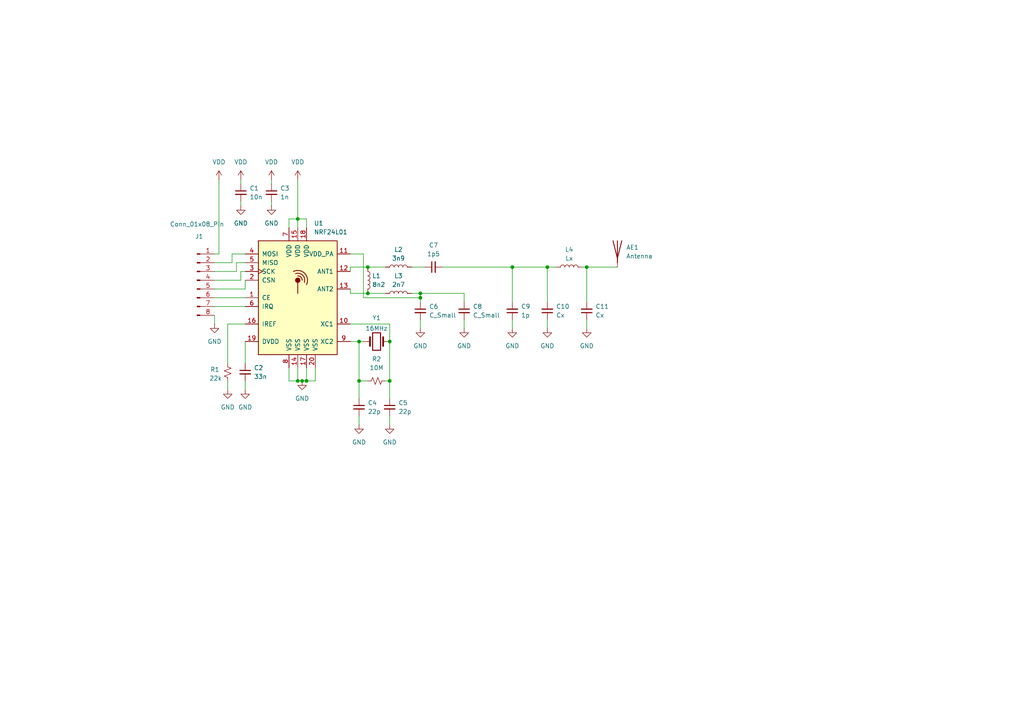
<source format=kicad_sch>
(kicad_sch
	(version 20250114)
	(generator "eeschema")
	(generator_version "9.0")
	(uuid "1bc52a5c-2197-4af5-845a-20c8d467e5ba")
	(paper "A4")
	(lib_symbols
		(symbol "Connector:Conn_01x08_Pin"
			(pin_names
				(offset 1.016)
				(hide yes)
			)
			(exclude_from_sim no)
			(in_bom yes)
			(on_board yes)
			(property "Reference" "J"
				(at 0 10.16 0)
				(effects
					(font
						(size 1.27 1.27)
					)
				)
			)
			(property "Value" "Conn_01x08_Pin"
				(at 0 -12.7 0)
				(effects
					(font
						(size 1.27 1.27)
					)
				)
			)
			(property "Footprint" ""
				(at 0 0 0)
				(effects
					(font
						(size 1.27 1.27)
					)
					(hide yes)
				)
			)
			(property "Datasheet" "~"
				(at 0 0 0)
				(effects
					(font
						(size 1.27 1.27)
					)
					(hide yes)
				)
			)
			(property "Description" "Generic connector, single row, 01x08, script generated"
				(at 0 0 0)
				(effects
					(font
						(size 1.27 1.27)
					)
					(hide yes)
				)
			)
			(property "ki_locked" ""
				(at 0 0 0)
				(effects
					(font
						(size 1.27 1.27)
					)
				)
			)
			(property "ki_keywords" "connector"
				(at 0 0 0)
				(effects
					(font
						(size 1.27 1.27)
					)
					(hide yes)
				)
			)
			(property "ki_fp_filters" "Connector*:*_1x??_*"
				(at 0 0 0)
				(effects
					(font
						(size 1.27 1.27)
					)
					(hide yes)
				)
			)
			(symbol "Conn_01x08_Pin_1_1"
				(rectangle
					(start 0.8636 7.747)
					(end 0 7.493)
					(stroke
						(width 0.1524)
						(type default)
					)
					(fill
						(type outline)
					)
				)
				(rectangle
					(start 0.8636 5.207)
					(end 0 4.953)
					(stroke
						(width 0.1524)
						(type default)
					)
					(fill
						(type outline)
					)
				)
				(rectangle
					(start 0.8636 2.667)
					(end 0 2.413)
					(stroke
						(width 0.1524)
						(type default)
					)
					(fill
						(type outline)
					)
				)
				(rectangle
					(start 0.8636 0.127)
					(end 0 -0.127)
					(stroke
						(width 0.1524)
						(type default)
					)
					(fill
						(type outline)
					)
				)
				(rectangle
					(start 0.8636 -2.413)
					(end 0 -2.667)
					(stroke
						(width 0.1524)
						(type default)
					)
					(fill
						(type outline)
					)
				)
				(rectangle
					(start 0.8636 -4.953)
					(end 0 -5.207)
					(stroke
						(width 0.1524)
						(type default)
					)
					(fill
						(type outline)
					)
				)
				(rectangle
					(start 0.8636 -7.493)
					(end 0 -7.747)
					(stroke
						(width 0.1524)
						(type default)
					)
					(fill
						(type outline)
					)
				)
				(rectangle
					(start 0.8636 -10.033)
					(end 0 -10.287)
					(stroke
						(width 0.1524)
						(type default)
					)
					(fill
						(type outline)
					)
				)
				(polyline
					(pts
						(xy 1.27 7.62) (xy 0.8636 7.62)
					)
					(stroke
						(width 0.1524)
						(type default)
					)
					(fill
						(type none)
					)
				)
				(polyline
					(pts
						(xy 1.27 5.08) (xy 0.8636 5.08)
					)
					(stroke
						(width 0.1524)
						(type default)
					)
					(fill
						(type none)
					)
				)
				(polyline
					(pts
						(xy 1.27 2.54) (xy 0.8636 2.54)
					)
					(stroke
						(width 0.1524)
						(type default)
					)
					(fill
						(type none)
					)
				)
				(polyline
					(pts
						(xy 1.27 0) (xy 0.8636 0)
					)
					(stroke
						(width 0.1524)
						(type default)
					)
					(fill
						(type none)
					)
				)
				(polyline
					(pts
						(xy 1.27 -2.54) (xy 0.8636 -2.54)
					)
					(stroke
						(width 0.1524)
						(type default)
					)
					(fill
						(type none)
					)
				)
				(polyline
					(pts
						(xy 1.27 -5.08) (xy 0.8636 -5.08)
					)
					(stroke
						(width 0.1524)
						(type default)
					)
					(fill
						(type none)
					)
				)
				(polyline
					(pts
						(xy 1.27 -7.62) (xy 0.8636 -7.62)
					)
					(stroke
						(width 0.1524)
						(type default)
					)
					(fill
						(type none)
					)
				)
				(polyline
					(pts
						(xy 1.27 -10.16) (xy 0.8636 -10.16)
					)
					(stroke
						(width 0.1524)
						(type default)
					)
					(fill
						(type none)
					)
				)
				(pin passive line
					(at 5.08 7.62 180)
					(length 3.81)
					(name "Pin_1"
						(effects
							(font
								(size 1.27 1.27)
							)
						)
					)
					(number "1"
						(effects
							(font
								(size 1.27 1.27)
							)
						)
					)
				)
				(pin passive line
					(at 5.08 5.08 180)
					(length 3.81)
					(name "Pin_2"
						(effects
							(font
								(size 1.27 1.27)
							)
						)
					)
					(number "2"
						(effects
							(font
								(size 1.27 1.27)
							)
						)
					)
				)
				(pin passive line
					(at 5.08 2.54 180)
					(length 3.81)
					(name "Pin_3"
						(effects
							(font
								(size 1.27 1.27)
							)
						)
					)
					(number "3"
						(effects
							(font
								(size 1.27 1.27)
							)
						)
					)
				)
				(pin passive line
					(at 5.08 0 180)
					(length 3.81)
					(name "Pin_4"
						(effects
							(font
								(size 1.27 1.27)
							)
						)
					)
					(number "4"
						(effects
							(font
								(size 1.27 1.27)
							)
						)
					)
				)
				(pin passive line
					(at 5.08 -2.54 180)
					(length 3.81)
					(name "Pin_5"
						(effects
							(font
								(size 1.27 1.27)
							)
						)
					)
					(number "5"
						(effects
							(font
								(size 1.27 1.27)
							)
						)
					)
				)
				(pin passive line
					(at 5.08 -5.08 180)
					(length 3.81)
					(name "Pin_6"
						(effects
							(font
								(size 1.27 1.27)
							)
						)
					)
					(number "6"
						(effects
							(font
								(size 1.27 1.27)
							)
						)
					)
				)
				(pin passive line
					(at 5.08 -7.62 180)
					(length 3.81)
					(name "Pin_7"
						(effects
							(font
								(size 1.27 1.27)
							)
						)
					)
					(number "7"
						(effects
							(font
								(size 1.27 1.27)
							)
						)
					)
				)
				(pin passive line
					(at 5.08 -10.16 180)
					(length 3.81)
					(name "Pin_8"
						(effects
							(font
								(size 1.27 1.27)
							)
						)
					)
					(number "8"
						(effects
							(font
								(size 1.27 1.27)
							)
						)
					)
				)
			)
			(embedded_fonts no)
		)
		(symbol "Device:Antenna"
			(pin_numbers
				(hide yes)
			)
			(pin_names
				(offset 1.016)
				(hide yes)
			)
			(exclude_from_sim no)
			(in_bom yes)
			(on_board yes)
			(property "Reference" "AE"
				(at -1.905 1.905 0)
				(effects
					(font
						(size 1.27 1.27)
					)
					(justify right)
				)
			)
			(property "Value" "Antenna"
				(at -1.905 0 0)
				(effects
					(font
						(size 1.27 1.27)
					)
					(justify right)
				)
			)
			(property "Footprint" ""
				(at 0 0 0)
				(effects
					(font
						(size 1.27 1.27)
					)
					(hide yes)
				)
			)
			(property "Datasheet" "~"
				(at 0 0 0)
				(effects
					(font
						(size 1.27 1.27)
					)
					(hide yes)
				)
			)
			(property "Description" "Antenna"
				(at 0 0 0)
				(effects
					(font
						(size 1.27 1.27)
					)
					(hide yes)
				)
			)
			(property "ki_keywords" "antenna"
				(at 0 0 0)
				(effects
					(font
						(size 1.27 1.27)
					)
					(hide yes)
				)
			)
			(symbol "Antenna_0_1"
				(polyline
					(pts
						(xy 0 2.54) (xy 0 -3.81)
					)
					(stroke
						(width 0.254)
						(type default)
					)
					(fill
						(type none)
					)
				)
				(polyline
					(pts
						(xy 1.27 2.54) (xy 0 -2.54) (xy -1.27 2.54)
					)
					(stroke
						(width 0.254)
						(type default)
					)
					(fill
						(type none)
					)
				)
			)
			(symbol "Antenna_1_1"
				(pin input line
					(at 0 -5.08 90)
					(length 2.54)
					(name "A"
						(effects
							(font
								(size 1.27 1.27)
							)
						)
					)
					(number "1"
						(effects
							(font
								(size 1.27 1.27)
							)
						)
					)
				)
			)
			(embedded_fonts no)
		)
		(symbol "Device:C_Small"
			(pin_numbers
				(hide yes)
			)
			(pin_names
				(offset 0.254)
				(hide yes)
			)
			(exclude_from_sim no)
			(in_bom yes)
			(on_board yes)
			(property "Reference" "C"
				(at 0.254 1.778 0)
				(effects
					(font
						(size 1.27 1.27)
					)
					(justify left)
				)
			)
			(property "Value" "C_Small"
				(at 0.254 -2.032 0)
				(effects
					(font
						(size 1.27 1.27)
					)
					(justify left)
				)
			)
			(property "Footprint" ""
				(at 0 0 0)
				(effects
					(font
						(size 1.27 1.27)
					)
					(hide yes)
				)
			)
			(property "Datasheet" "~"
				(at 0 0 0)
				(effects
					(font
						(size 1.27 1.27)
					)
					(hide yes)
				)
			)
			(property "Description" "Unpolarized capacitor, small symbol"
				(at 0 0 0)
				(effects
					(font
						(size 1.27 1.27)
					)
					(hide yes)
				)
			)
			(property "ki_keywords" "capacitor cap"
				(at 0 0 0)
				(effects
					(font
						(size 1.27 1.27)
					)
					(hide yes)
				)
			)
			(property "ki_fp_filters" "C_*"
				(at 0 0 0)
				(effects
					(font
						(size 1.27 1.27)
					)
					(hide yes)
				)
			)
			(symbol "C_Small_0_1"
				(polyline
					(pts
						(xy -1.524 0.508) (xy 1.524 0.508)
					)
					(stroke
						(width 0.3048)
						(type default)
					)
					(fill
						(type none)
					)
				)
				(polyline
					(pts
						(xy -1.524 -0.508) (xy 1.524 -0.508)
					)
					(stroke
						(width 0.3302)
						(type default)
					)
					(fill
						(type none)
					)
				)
			)
			(symbol "C_Small_1_1"
				(pin passive line
					(at 0 2.54 270)
					(length 2.032)
					(name "~"
						(effects
							(font
								(size 1.27 1.27)
							)
						)
					)
					(number "1"
						(effects
							(font
								(size 1.27 1.27)
							)
						)
					)
				)
				(pin passive line
					(at 0 -2.54 90)
					(length 2.032)
					(name "~"
						(effects
							(font
								(size 1.27 1.27)
							)
						)
					)
					(number "2"
						(effects
							(font
								(size 1.27 1.27)
							)
						)
					)
				)
			)
			(embedded_fonts no)
		)
		(symbol "Device:Crystal"
			(pin_numbers
				(hide yes)
			)
			(pin_names
				(offset 1.016)
				(hide yes)
			)
			(exclude_from_sim no)
			(in_bom yes)
			(on_board yes)
			(property "Reference" "Y"
				(at 0 3.81 0)
				(effects
					(font
						(size 1.27 1.27)
					)
				)
			)
			(property "Value" "Crystal"
				(at 0 -3.81 0)
				(effects
					(font
						(size 1.27 1.27)
					)
				)
			)
			(property "Footprint" ""
				(at 0 0 0)
				(effects
					(font
						(size 1.27 1.27)
					)
					(hide yes)
				)
			)
			(property "Datasheet" "~"
				(at 0 0 0)
				(effects
					(font
						(size 1.27 1.27)
					)
					(hide yes)
				)
			)
			(property "Description" "Two pin crystal"
				(at 0 0 0)
				(effects
					(font
						(size 1.27 1.27)
					)
					(hide yes)
				)
			)
			(property "ki_keywords" "quartz ceramic resonator oscillator"
				(at 0 0 0)
				(effects
					(font
						(size 1.27 1.27)
					)
					(hide yes)
				)
			)
			(property "ki_fp_filters" "Crystal*"
				(at 0 0 0)
				(effects
					(font
						(size 1.27 1.27)
					)
					(hide yes)
				)
			)
			(symbol "Crystal_0_1"
				(polyline
					(pts
						(xy -2.54 0) (xy -1.905 0)
					)
					(stroke
						(width 0)
						(type default)
					)
					(fill
						(type none)
					)
				)
				(polyline
					(pts
						(xy -1.905 -1.27) (xy -1.905 1.27)
					)
					(stroke
						(width 0.508)
						(type default)
					)
					(fill
						(type none)
					)
				)
				(rectangle
					(start -1.143 2.54)
					(end 1.143 -2.54)
					(stroke
						(width 0.3048)
						(type default)
					)
					(fill
						(type none)
					)
				)
				(polyline
					(pts
						(xy 1.905 -1.27) (xy 1.905 1.27)
					)
					(stroke
						(width 0.508)
						(type default)
					)
					(fill
						(type none)
					)
				)
				(polyline
					(pts
						(xy 2.54 0) (xy 1.905 0)
					)
					(stroke
						(width 0)
						(type default)
					)
					(fill
						(type none)
					)
				)
			)
			(symbol "Crystal_1_1"
				(pin passive line
					(at -3.81 0 0)
					(length 1.27)
					(name "1"
						(effects
							(font
								(size 1.27 1.27)
							)
						)
					)
					(number "1"
						(effects
							(font
								(size 1.27 1.27)
							)
						)
					)
				)
				(pin passive line
					(at 3.81 0 180)
					(length 1.27)
					(name "2"
						(effects
							(font
								(size 1.27 1.27)
							)
						)
					)
					(number "2"
						(effects
							(font
								(size 1.27 1.27)
							)
						)
					)
				)
			)
			(embedded_fonts no)
		)
		(symbol "Device:L"
			(pin_numbers
				(hide yes)
			)
			(pin_names
				(offset 1.016)
				(hide yes)
			)
			(exclude_from_sim no)
			(in_bom yes)
			(on_board yes)
			(property "Reference" "L"
				(at -1.27 0 90)
				(effects
					(font
						(size 1.27 1.27)
					)
				)
			)
			(property "Value" "L"
				(at 1.905 0 90)
				(effects
					(font
						(size 1.27 1.27)
					)
				)
			)
			(property "Footprint" ""
				(at 0 0 0)
				(effects
					(font
						(size 1.27 1.27)
					)
					(hide yes)
				)
			)
			(property "Datasheet" "~"
				(at 0 0 0)
				(effects
					(font
						(size 1.27 1.27)
					)
					(hide yes)
				)
			)
			(property "Description" "Inductor"
				(at 0 0 0)
				(effects
					(font
						(size 1.27 1.27)
					)
					(hide yes)
				)
			)
			(property "ki_keywords" "inductor choke coil reactor magnetic"
				(at 0 0 0)
				(effects
					(font
						(size 1.27 1.27)
					)
					(hide yes)
				)
			)
			(property "ki_fp_filters" "Choke_* *Coil* Inductor_* L_*"
				(at 0 0 0)
				(effects
					(font
						(size 1.27 1.27)
					)
					(hide yes)
				)
			)
			(symbol "L_0_1"
				(arc
					(start 0 2.54)
					(mid 0.6323 1.905)
					(end 0 1.27)
					(stroke
						(width 0)
						(type default)
					)
					(fill
						(type none)
					)
				)
				(arc
					(start 0 1.27)
					(mid 0.6323 0.635)
					(end 0 0)
					(stroke
						(width 0)
						(type default)
					)
					(fill
						(type none)
					)
				)
				(arc
					(start 0 0)
					(mid 0.6323 -0.635)
					(end 0 -1.27)
					(stroke
						(width 0)
						(type default)
					)
					(fill
						(type none)
					)
				)
				(arc
					(start 0 -1.27)
					(mid 0.6323 -1.905)
					(end 0 -2.54)
					(stroke
						(width 0)
						(type default)
					)
					(fill
						(type none)
					)
				)
			)
			(symbol "L_1_1"
				(pin passive line
					(at 0 3.81 270)
					(length 1.27)
					(name "1"
						(effects
							(font
								(size 1.27 1.27)
							)
						)
					)
					(number "1"
						(effects
							(font
								(size 1.27 1.27)
							)
						)
					)
				)
				(pin passive line
					(at 0 -3.81 90)
					(length 1.27)
					(name "2"
						(effects
							(font
								(size 1.27 1.27)
							)
						)
					)
					(number "2"
						(effects
							(font
								(size 1.27 1.27)
							)
						)
					)
				)
			)
			(embedded_fonts no)
		)
		(symbol "Device:R_Small_US"
			(pin_numbers
				(hide yes)
			)
			(pin_names
				(offset 0.254)
				(hide yes)
			)
			(exclude_from_sim no)
			(in_bom yes)
			(on_board yes)
			(property "Reference" "R"
				(at 0.762 0.508 0)
				(effects
					(font
						(size 1.27 1.27)
					)
					(justify left)
				)
			)
			(property "Value" "R_Small_US"
				(at 0.762 -1.016 0)
				(effects
					(font
						(size 1.27 1.27)
					)
					(justify left)
				)
			)
			(property "Footprint" ""
				(at 0 0 0)
				(effects
					(font
						(size 1.27 1.27)
					)
					(hide yes)
				)
			)
			(property "Datasheet" "~"
				(at 0 0 0)
				(effects
					(font
						(size 1.27 1.27)
					)
					(hide yes)
				)
			)
			(property "Description" "Resistor, small US symbol"
				(at 0 0 0)
				(effects
					(font
						(size 1.27 1.27)
					)
					(hide yes)
				)
			)
			(property "ki_keywords" "r resistor"
				(at 0 0 0)
				(effects
					(font
						(size 1.27 1.27)
					)
					(hide yes)
				)
			)
			(property "ki_fp_filters" "R_*"
				(at 0 0 0)
				(effects
					(font
						(size 1.27 1.27)
					)
					(hide yes)
				)
			)
			(symbol "R_Small_US_1_1"
				(polyline
					(pts
						(xy 0 1.524) (xy 1.016 1.143) (xy 0 0.762) (xy -1.016 0.381) (xy 0 0)
					)
					(stroke
						(width 0)
						(type default)
					)
					(fill
						(type none)
					)
				)
				(polyline
					(pts
						(xy 0 0) (xy 1.016 -0.381) (xy 0 -0.762) (xy -1.016 -1.143) (xy 0 -1.524)
					)
					(stroke
						(width 0)
						(type default)
					)
					(fill
						(type none)
					)
				)
				(pin passive line
					(at 0 2.54 270)
					(length 1.016)
					(name "~"
						(effects
							(font
								(size 1.27 1.27)
							)
						)
					)
					(number "1"
						(effects
							(font
								(size 1.27 1.27)
							)
						)
					)
				)
				(pin passive line
					(at 0 -2.54 90)
					(length 1.016)
					(name "~"
						(effects
							(font
								(size 1.27 1.27)
							)
						)
					)
					(number "2"
						(effects
							(font
								(size 1.27 1.27)
							)
						)
					)
				)
			)
			(embedded_fonts no)
		)
		(symbol "RF:NRF24L01"
			(pin_names
				(offset 1.016)
			)
			(exclude_from_sim no)
			(in_bom yes)
			(on_board yes)
			(property "Reference" "U"
				(at -11.43 17.78 0)
				(effects
					(font
						(size 1.27 1.27)
					)
					(justify left)
				)
			)
			(property "Value" "NRF24L01"
				(at 5.08 17.78 0)
				(effects
					(font
						(size 1.27 1.27)
					)
					(justify left)
				)
			)
			(property "Footprint" "Package_DFN_QFN:QFN-20-1EP_4x4mm_P0.5mm_EP2.5x2.5mm"
				(at 5.08 20.32 0)
				(effects
					(font
						(size 1.27 1.27)
						(italic yes)
					)
					(justify left)
					(hide yes)
				)
			)
			(property "Datasheet" "http://www.nordicsemi.com/eng/content/download/2730/34105/file/nRF24L01_Product_Specification_v2_0.pdf"
				(at 0 2.54 0)
				(effects
					(font
						(size 1.27 1.27)
					)
					(hide yes)
				)
			)
			(property "Description" "Ultra low power 2.4GHz RF Transceiver, QFN-20"
				(at 0 0 0)
				(effects
					(font
						(size 1.27 1.27)
					)
					(hide yes)
				)
			)
			(property "ki_keywords" "Low Power RF Transceiver"
				(at 0 0 0)
				(effects
					(font
						(size 1.27 1.27)
					)
					(hide yes)
				)
			)
			(property "ki_fp_filters" "QFN*4x4*0.5mm*"
				(at 0 0 0)
				(effects
					(font
						(size 1.27 1.27)
					)
					(hide yes)
				)
			)
			(symbol "NRF24L01_0_1"
				(rectangle
					(start -11.43 16.51)
					(end 11.43 -16.51)
					(stroke
						(width 0.254)
						(type default)
					)
					(fill
						(type background)
					)
				)
				(arc
					(start -1.27 7.62)
					(mid 2.008 7.088)
					(end 2.54 3.81)
					(stroke
						(width 0.254)
						(type default)
					)
					(fill
						(type none)
					)
				)
				(circle
					(center 0 5.08)
					(radius 0.635)
					(stroke
						(width 0.254)
						(type default)
					)
					(fill
						(type outline)
					)
				)
				(polyline
					(pts
						(xy 0 4.445) (xy 0 1.27)
					)
					(stroke
						(width 0.254)
						(type default)
					)
					(fill
						(type none)
					)
				)
				(arc
					(start -0.635 6.985)
					(mid 1.4383 6.5183)
					(end 1.905 4.445)
					(stroke
						(width 0.254)
						(type default)
					)
					(fill
						(type none)
					)
				)
				(arc
					(start 0 6.35)
					(mid 0.9108 5.9908)
					(end 1.27 5.08)
					(stroke
						(width 0.254)
						(type default)
					)
					(fill
						(type none)
					)
				)
				(rectangle
					(start 11.43 -13.97)
					(end 11.43 -13.97)
					(stroke
						(width 0)
						(type default)
					)
					(fill
						(type none)
					)
				)
			)
			(symbol "NRF24L01_1_1"
				(pin input line
					(at -15.24 12.7 0)
					(length 3.81)
					(name "MOSI"
						(effects
							(font
								(size 1.27 1.27)
							)
						)
					)
					(number "4"
						(effects
							(font
								(size 1.27 1.27)
							)
						)
					)
				)
				(pin output line
					(at -15.24 10.16 0)
					(length 3.81)
					(name "MISO"
						(effects
							(font
								(size 1.27 1.27)
							)
						)
					)
					(number "5"
						(effects
							(font
								(size 1.27 1.27)
							)
						)
					)
				)
				(pin input clock
					(at -15.24 7.62 0)
					(length 3.81)
					(name "SCK"
						(effects
							(font
								(size 1.27 1.27)
							)
						)
					)
					(number "3"
						(effects
							(font
								(size 1.27 1.27)
							)
						)
					)
				)
				(pin input line
					(at -15.24 5.08 0)
					(length 3.81)
					(name "CSN"
						(effects
							(font
								(size 1.27 1.27)
							)
						)
					)
					(number "2"
						(effects
							(font
								(size 1.27 1.27)
							)
						)
					)
				)
				(pin input line
					(at -15.24 0 0)
					(length 3.81)
					(name "CE"
						(effects
							(font
								(size 1.27 1.27)
							)
						)
					)
					(number "1"
						(effects
							(font
								(size 1.27 1.27)
							)
						)
					)
				)
				(pin output line
					(at -15.24 -2.54 0)
					(length 3.81)
					(name "IRQ"
						(effects
							(font
								(size 1.27 1.27)
							)
						)
					)
					(number "6"
						(effects
							(font
								(size 1.27 1.27)
							)
						)
					)
				)
				(pin passive line
					(at -15.24 -7.62 0)
					(length 3.81)
					(name "IREF"
						(effects
							(font
								(size 1.27 1.27)
							)
						)
					)
					(number "16"
						(effects
							(font
								(size 1.27 1.27)
							)
						)
					)
				)
				(pin power_out line
					(at -15.24 -12.7 0)
					(length 3.81)
					(name "DVDD"
						(effects
							(font
								(size 1.27 1.27)
							)
						)
					)
					(number "19"
						(effects
							(font
								(size 1.27 1.27)
							)
						)
					)
				)
				(pin power_in line
					(at -2.54 20.32 270)
					(length 3.81)
					(name "VDD"
						(effects
							(font
								(size 1.27 1.27)
							)
						)
					)
					(number "7"
						(effects
							(font
								(size 1.27 1.27)
							)
						)
					)
				)
				(pin power_in line
					(at -2.54 -20.32 90)
					(length 3.81)
					(name "VSS"
						(effects
							(font
								(size 1.27 1.27)
							)
						)
					)
					(number "8"
						(effects
							(font
								(size 1.27 1.27)
							)
						)
					)
				)
				(pin power_in line
					(at 0 20.32 270)
					(length 3.81)
					(name "VDD"
						(effects
							(font
								(size 1.27 1.27)
							)
						)
					)
					(number "15"
						(effects
							(font
								(size 1.27 1.27)
							)
						)
					)
				)
				(pin power_in line
					(at 0 -20.32 90)
					(length 3.81)
					(name "VSS"
						(effects
							(font
								(size 1.27 1.27)
							)
						)
					)
					(number "14"
						(effects
							(font
								(size 1.27 1.27)
							)
						)
					)
				)
				(pin power_in line
					(at 2.54 20.32 270)
					(length 3.81)
					(name "VDD"
						(effects
							(font
								(size 1.27 1.27)
							)
						)
					)
					(number "18"
						(effects
							(font
								(size 1.27 1.27)
							)
						)
					)
				)
				(pin power_in line
					(at 2.54 -20.32 90)
					(length 3.81)
					(name "VSS"
						(effects
							(font
								(size 1.27 1.27)
							)
						)
					)
					(number "17"
						(effects
							(font
								(size 1.27 1.27)
							)
						)
					)
				)
				(pin power_in line
					(at 5.08 -20.32 90)
					(length 3.81)
					(name "VSS"
						(effects
							(font
								(size 1.27 1.27)
							)
						)
					)
					(number "20"
						(effects
							(font
								(size 1.27 1.27)
							)
						)
					)
				)
				(pin power_out line
					(at 15.24 12.7 180)
					(length 3.81)
					(name "VDD_PA"
						(effects
							(font
								(size 1.27 1.27)
							)
						)
					)
					(number "11"
						(effects
							(font
								(size 1.27 1.27)
							)
						)
					)
				)
				(pin passive line
					(at 15.24 7.62 180)
					(length 3.81)
					(name "ANT1"
						(effects
							(font
								(size 1.27 1.27)
							)
						)
					)
					(number "12"
						(effects
							(font
								(size 1.27 1.27)
							)
						)
					)
				)
				(pin passive line
					(at 15.24 2.54 180)
					(length 3.81)
					(name "ANT2"
						(effects
							(font
								(size 1.27 1.27)
							)
						)
					)
					(number "13"
						(effects
							(font
								(size 1.27 1.27)
							)
						)
					)
				)
				(pin passive line
					(at 15.24 -7.62 180)
					(length 3.81)
					(name "XC1"
						(effects
							(font
								(size 1.27 1.27)
							)
						)
					)
					(number "10"
						(effects
							(font
								(size 1.27 1.27)
							)
						)
					)
				)
				(pin passive line
					(at 15.24 -12.7 180)
					(length 3.81)
					(name "XC2"
						(effects
							(font
								(size 1.27 1.27)
							)
						)
					)
					(number "9"
						(effects
							(font
								(size 1.27 1.27)
							)
						)
					)
				)
			)
			(embedded_fonts no)
		)
		(symbol "power:GND"
			(power)
			(pin_numbers
				(hide yes)
			)
			(pin_names
				(offset 0)
				(hide yes)
			)
			(exclude_from_sim no)
			(in_bom yes)
			(on_board yes)
			(property "Reference" "#PWR"
				(at 0 -6.35 0)
				(effects
					(font
						(size 1.27 1.27)
					)
					(hide yes)
				)
			)
			(property "Value" "GND"
				(at 0 -3.81 0)
				(effects
					(font
						(size 1.27 1.27)
					)
				)
			)
			(property "Footprint" ""
				(at 0 0 0)
				(effects
					(font
						(size 1.27 1.27)
					)
					(hide yes)
				)
			)
			(property "Datasheet" ""
				(at 0 0 0)
				(effects
					(font
						(size 1.27 1.27)
					)
					(hide yes)
				)
			)
			(property "Description" "Power symbol creates a global label with name \"GND\" , ground"
				(at 0 0 0)
				(effects
					(font
						(size 1.27 1.27)
					)
					(hide yes)
				)
			)
			(property "ki_keywords" "global power"
				(at 0 0 0)
				(effects
					(font
						(size 1.27 1.27)
					)
					(hide yes)
				)
			)
			(symbol "GND_0_1"
				(polyline
					(pts
						(xy 0 0) (xy 0 -1.27) (xy 1.27 -1.27) (xy 0 -2.54) (xy -1.27 -1.27) (xy 0 -1.27)
					)
					(stroke
						(width 0)
						(type default)
					)
					(fill
						(type none)
					)
				)
			)
			(symbol "GND_1_1"
				(pin power_in line
					(at 0 0 270)
					(length 0)
					(name "~"
						(effects
							(font
								(size 1.27 1.27)
							)
						)
					)
					(number "1"
						(effects
							(font
								(size 1.27 1.27)
							)
						)
					)
				)
			)
			(embedded_fonts no)
		)
		(symbol "power:VDD"
			(power)
			(pin_numbers
				(hide yes)
			)
			(pin_names
				(offset 0)
				(hide yes)
			)
			(exclude_from_sim no)
			(in_bom yes)
			(on_board yes)
			(property "Reference" "#PWR"
				(at 0 -3.81 0)
				(effects
					(font
						(size 1.27 1.27)
					)
					(hide yes)
				)
			)
			(property "Value" "VDD"
				(at 0 3.556 0)
				(effects
					(font
						(size 1.27 1.27)
					)
				)
			)
			(property "Footprint" ""
				(at 0 0 0)
				(effects
					(font
						(size 1.27 1.27)
					)
					(hide yes)
				)
			)
			(property "Datasheet" ""
				(at 0 0 0)
				(effects
					(font
						(size 1.27 1.27)
					)
					(hide yes)
				)
			)
			(property "Description" "Power symbol creates a global label with name \"VDD\""
				(at 0 0 0)
				(effects
					(font
						(size 1.27 1.27)
					)
					(hide yes)
				)
			)
			(property "ki_keywords" "global power"
				(at 0 0 0)
				(effects
					(font
						(size 1.27 1.27)
					)
					(hide yes)
				)
			)
			(symbol "VDD_0_1"
				(polyline
					(pts
						(xy -0.762 1.27) (xy 0 2.54)
					)
					(stroke
						(width 0)
						(type default)
					)
					(fill
						(type none)
					)
				)
				(polyline
					(pts
						(xy 0 2.54) (xy 0.762 1.27)
					)
					(stroke
						(width 0)
						(type default)
					)
					(fill
						(type none)
					)
				)
				(polyline
					(pts
						(xy 0 0) (xy 0 2.54)
					)
					(stroke
						(width 0)
						(type default)
					)
					(fill
						(type none)
					)
				)
			)
			(symbol "VDD_1_1"
				(pin power_in line
					(at 0 0 90)
					(length 0)
					(name "~"
						(effects
							(font
								(size 1.27 1.27)
							)
						)
					)
					(number "1"
						(effects
							(font
								(size 1.27 1.27)
							)
						)
					)
				)
			)
			(embedded_fonts no)
		)
	)
	(junction
		(at 88.9 110.49)
		(diameter 0)
		(color 0 0 0 0)
		(uuid "147bb3e5-4f0f-466d-a51e-f8301e78ef16")
	)
	(junction
		(at 106.68 85.09)
		(diameter 0)
		(color 0 0 0 0)
		(uuid "1ae377fc-cfa1-46b1-830b-8834e581d7df")
	)
	(junction
		(at 121.92 85.09)
		(diameter 0)
		(color 0 0 0 0)
		(uuid "1c507fef-8e01-4663-8b74-f615389d1ce0")
	)
	(junction
		(at 113.03 99.06)
		(diameter 0)
		(color 0 0 0 0)
		(uuid "201551a8-143d-4c7c-9d11-cde01aa3aef2")
	)
	(junction
		(at 121.92 86.36)
		(diameter 0)
		(color 0 0 0 0)
		(uuid "2291ef8f-5d46-43ce-872d-274c7c1ceddc")
	)
	(junction
		(at 104.14 99.06)
		(diameter 0)
		(color 0 0 0 0)
		(uuid "26105ea8-3ce7-4bb3-b11b-00c9ca871e92")
	)
	(junction
		(at 86.36 63.5)
		(diameter 0)
		(color 0 0 0 0)
		(uuid "2c2aef49-1a61-4775-bca2-c25835ff74c2")
	)
	(junction
		(at 158.75 77.47)
		(diameter 0)
		(color 0 0 0 0)
		(uuid "574aae53-8790-4032-acc1-baa470868240")
	)
	(junction
		(at 113.03 110.49)
		(diameter 0)
		(color 0 0 0 0)
		(uuid "70e9a83f-002d-40b8-8fd5-e0a2267c4425")
	)
	(junction
		(at 106.68 77.47)
		(diameter 0)
		(color 0 0 0 0)
		(uuid "7283874d-e1ae-41ab-b417-6531d198e119")
	)
	(junction
		(at 86.36 110.49)
		(diameter 0)
		(color 0 0 0 0)
		(uuid "95fe31ae-6f1f-4eb7-b70a-99471f58160b")
	)
	(junction
		(at 170.18 77.47)
		(diameter 0)
		(color 0 0 0 0)
		(uuid "bdd197c0-8078-4f72-bf98-270b48076676")
	)
	(junction
		(at 87.63 110.49)
		(diameter 0)
		(color 0 0 0 0)
		(uuid "dae119a9-068d-4810-8370-a4f4723a4627")
	)
	(junction
		(at 148.59 77.47)
		(diameter 0)
		(color 0 0 0 0)
		(uuid "e66a8af9-ef6c-42ed-867c-48444e912f59")
	)
	(junction
		(at 104.14 110.49)
		(diameter 0)
		(color 0 0 0 0)
		(uuid "e67a712b-da1a-4c3a-93f1-0d7811eb16ba")
	)
	(wire
		(pts
			(xy 86.36 52.07) (xy 86.36 63.5)
		)
		(stroke
			(width 0)
			(type default)
		)
		(uuid "003117ed-ef90-4402-a11d-4ceb1e79b370")
	)
	(wire
		(pts
			(xy 170.18 87.63) (xy 170.18 77.47)
		)
		(stroke
			(width 0)
			(type default)
		)
		(uuid "00b4b394-59f5-4448-9f3d-272ac542cd11")
	)
	(wire
		(pts
			(xy 71.12 110.49) (xy 71.12 113.03)
		)
		(stroke
			(width 0)
			(type default)
		)
		(uuid "04da1ab9-9bc0-4568-93de-8a978bfddfcf")
	)
	(wire
		(pts
			(xy 104.14 110.49) (xy 104.14 115.57)
		)
		(stroke
			(width 0)
			(type default)
		)
		(uuid "0c75518d-80fc-4429-9875-20e8a6829669")
	)
	(wire
		(pts
			(xy 68.58 76.2) (xy 71.12 76.2)
		)
		(stroke
			(width 0)
			(type default)
		)
		(uuid "0e3e923e-5fe5-4c59-90e8-c35d3dd79e10")
	)
	(wire
		(pts
			(xy 88.9 66.04) (xy 88.9 63.5)
		)
		(stroke
			(width 0)
			(type default)
		)
		(uuid "14c8a584-8177-4b6f-b506-9e7218f8f156")
	)
	(wire
		(pts
			(xy 106.68 110.49) (xy 104.14 110.49)
		)
		(stroke
			(width 0)
			(type default)
		)
		(uuid "171e51f0-1408-4524-aed1-a661ce21078e")
	)
	(wire
		(pts
			(xy 148.59 77.47) (xy 158.75 77.47)
		)
		(stroke
			(width 0)
			(type default)
		)
		(uuid "19ed85d2-dea1-4725-a647-6468911dbe7d")
	)
	(wire
		(pts
			(xy 158.75 77.47) (xy 161.29 77.47)
		)
		(stroke
			(width 0)
			(type default)
		)
		(uuid "21e0009c-37ff-4eb9-b543-7ff7d2eafd1a")
	)
	(wire
		(pts
			(xy 148.59 92.71) (xy 148.59 95.25)
		)
		(stroke
			(width 0)
			(type default)
		)
		(uuid "236442f6-231a-4f40-8e03-a4aeb3639d20")
	)
	(wire
		(pts
			(xy 158.75 92.71) (xy 158.75 95.25)
		)
		(stroke
			(width 0)
			(type default)
		)
		(uuid "26aabe72-86c8-4018-9cb7-d96657477001")
	)
	(wire
		(pts
			(xy 101.6 77.47) (xy 106.68 77.47)
		)
		(stroke
			(width 0)
			(type default)
		)
		(uuid "29296d6f-2322-411f-962a-bd3c0ff63140")
	)
	(wire
		(pts
			(xy 121.92 85.09) (xy 119.38 85.09)
		)
		(stroke
			(width 0)
			(type default)
		)
		(uuid "29ba0f41-fa79-49f3-8c77-740faca4d7ec")
	)
	(wire
		(pts
			(xy 121.92 87.63) (xy 121.92 86.36)
		)
		(stroke
			(width 0)
			(type default)
		)
		(uuid "2a47352f-4fb0-4dec-b8b8-9586a90b5631")
	)
	(wire
		(pts
			(xy 69.85 52.07) (xy 69.85 53.34)
		)
		(stroke
			(width 0)
			(type default)
		)
		(uuid "33434e55-0429-4c6e-ba54-d319e2c9423b")
	)
	(wire
		(pts
			(xy 71.12 83.82) (xy 71.12 81.28)
		)
		(stroke
			(width 0)
			(type default)
		)
		(uuid "39514590-17fd-4920-9ded-28684782a34f")
	)
	(wire
		(pts
			(xy 87.63 110.49) (xy 88.9 110.49)
		)
		(stroke
			(width 0)
			(type default)
		)
		(uuid "3a02a1e1-13c3-4724-9fc8-9534b0068893")
	)
	(wire
		(pts
			(xy 119.38 77.47) (xy 123.19 77.47)
		)
		(stroke
			(width 0)
			(type default)
		)
		(uuid "3bf5b802-b1b8-4ce8-8553-6c7931a62668")
	)
	(wire
		(pts
			(xy 101.6 93.98) (xy 113.03 93.98)
		)
		(stroke
			(width 0)
			(type default)
		)
		(uuid "4146234c-84c8-4fdf-b36a-87fc83ade285")
	)
	(wire
		(pts
			(xy 105.41 86.36) (xy 121.92 86.36)
		)
		(stroke
			(width 0)
			(type default)
		)
		(uuid "46f367fa-643c-4147-b14a-3cf003b3f61e")
	)
	(wire
		(pts
			(xy 170.18 77.47) (xy 168.91 77.47)
		)
		(stroke
			(width 0)
			(type default)
		)
		(uuid "4a159040-3a51-4598-9d9f-9bd60211edb9")
	)
	(wire
		(pts
			(xy 67.31 73.66) (xy 71.12 73.66)
		)
		(stroke
			(width 0)
			(type default)
		)
		(uuid "51bfb930-418b-4c59-8a92-d956df2bed7e")
	)
	(wire
		(pts
			(xy 66.04 93.98) (xy 66.04 105.41)
		)
		(stroke
			(width 0)
			(type default)
		)
		(uuid "55a073dc-53ca-4cee-b2e6-8d74fd077bad")
	)
	(wire
		(pts
			(xy 148.59 87.63) (xy 148.59 77.47)
		)
		(stroke
			(width 0)
			(type default)
		)
		(uuid "5a2fba71-a3e0-4e98-a699-1de7560fe1cc")
	)
	(wire
		(pts
			(xy 113.03 99.06) (xy 113.03 110.49)
		)
		(stroke
			(width 0)
			(type default)
		)
		(uuid "5a331429-864e-4ba4-bf96-f802387814f3")
	)
	(wire
		(pts
			(xy 158.75 77.47) (xy 158.75 87.63)
		)
		(stroke
			(width 0)
			(type default)
		)
		(uuid "5f9e5e47-2081-4ecf-a7ea-b797a0dc4ad6")
	)
	(wire
		(pts
			(xy 66.04 113.03) (xy 66.04 110.49)
		)
		(stroke
			(width 0)
			(type default)
		)
		(uuid "605ad66c-babb-41bb-b9a8-5a2ede1fae50")
	)
	(wire
		(pts
			(xy 88.9 110.49) (xy 91.44 110.49)
		)
		(stroke
			(width 0)
			(type default)
		)
		(uuid "61af515f-aa8e-4fc5-8804-50316bc32d60")
	)
	(wire
		(pts
			(xy 134.62 92.71) (xy 134.62 95.25)
		)
		(stroke
			(width 0)
			(type default)
		)
		(uuid "629456bc-8ffa-43e9-8dfd-e300c6f6ad96")
	)
	(wire
		(pts
			(xy 113.03 110.49) (xy 113.03 115.57)
		)
		(stroke
			(width 0)
			(type default)
		)
		(uuid "62ac2043-e96b-4550-9d4b-fef9bb879e72")
	)
	(wire
		(pts
			(xy 170.18 77.47) (xy 179.07 77.47)
		)
		(stroke
			(width 0)
			(type default)
		)
		(uuid "6411569d-8efd-4a08-b43f-aaadc46c1c27")
	)
	(wire
		(pts
			(xy 67.31 76.2) (xy 67.31 73.66)
		)
		(stroke
			(width 0)
			(type default)
		)
		(uuid "658879a1-c359-42ae-bcd1-bf80065565a3")
	)
	(wire
		(pts
			(xy 101.6 73.66) (xy 105.41 73.66)
		)
		(stroke
			(width 0)
			(type default)
		)
		(uuid "66a2e5f0-763d-4fba-9ed0-6013d3a6200b")
	)
	(wire
		(pts
			(xy 111.76 110.49) (xy 113.03 110.49)
		)
		(stroke
			(width 0)
			(type default)
		)
		(uuid "69345912-4656-404a-912c-2acff88d1590")
	)
	(wire
		(pts
			(xy 69.85 58.42) (xy 69.85 59.69)
		)
		(stroke
			(width 0)
			(type default)
		)
		(uuid "6a01a2fa-6cf9-4a56-8a1d-098eb7f5d98f")
	)
	(wire
		(pts
			(xy 71.12 99.06) (xy 71.12 105.41)
		)
		(stroke
			(width 0)
			(type default)
		)
		(uuid "6e79ea3a-6086-4512-9a9f-80f9f258f5db")
	)
	(wire
		(pts
			(xy 86.36 106.68) (xy 86.36 110.49)
		)
		(stroke
			(width 0)
			(type default)
		)
		(uuid "73613eaf-f42d-4b18-8047-63ef24c55f49")
	)
	(wire
		(pts
			(xy 88.9 106.68) (xy 88.9 110.49)
		)
		(stroke
			(width 0)
			(type default)
		)
		(uuid "740c19fe-130d-4061-bab6-26cc0f210494")
	)
	(wire
		(pts
			(xy 104.14 99.06) (xy 105.41 99.06)
		)
		(stroke
			(width 0)
			(type default)
		)
		(uuid "79d2d768-5401-46e4-b21c-f046b919a219")
	)
	(wire
		(pts
			(xy 113.03 120.65) (xy 113.03 123.19)
		)
		(stroke
			(width 0)
			(type default)
		)
		(uuid "825b0b2b-1128-4db9-bb4e-b0a93388a17e")
	)
	(wire
		(pts
			(xy 134.62 87.63) (xy 134.62 85.09)
		)
		(stroke
			(width 0)
			(type default)
		)
		(uuid "852a3462-ac98-43f2-8731-ed27227104fc")
	)
	(wire
		(pts
			(xy 88.9 63.5) (xy 86.36 63.5)
		)
		(stroke
			(width 0)
			(type default)
		)
		(uuid "85f99bc4-4f82-4fbf-8418-7ed3fb1c715a")
	)
	(wire
		(pts
			(xy 104.14 120.65) (xy 104.14 123.19)
		)
		(stroke
			(width 0)
			(type default)
		)
		(uuid "8721a403-f907-4db6-80a3-25440267024e")
	)
	(wire
		(pts
			(xy 83.82 110.49) (xy 86.36 110.49)
		)
		(stroke
			(width 0)
			(type default)
		)
		(uuid "87ae6d8f-8e77-4e9c-a7cb-5778bf37ac6c")
	)
	(wire
		(pts
			(xy 170.18 92.71) (xy 170.18 95.25)
		)
		(stroke
			(width 0)
			(type default)
		)
		(uuid "88c6000c-4b03-4988-9e41-b600ffdbf663")
	)
	(wire
		(pts
			(xy 69.85 81.28) (xy 69.85 78.74)
		)
		(stroke
			(width 0)
			(type default)
		)
		(uuid "90878b7e-a224-4897-a391-fb2a95eca5d6")
	)
	(wire
		(pts
			(xy 62.23 91.44) (xy 62.23 93.98)
		)
		(stroke
			(width 0)
			(type default)
		)
		(uuid "9d90e3df-5170-484d-9ca7-79e7d733f69b")
	)
	(wire
		(pts
			(xy 101.6 83.82) (xy 101.6 85.09)
		)
		(stroke
			(width 0)
			(type default)
		)
		(uuid "a26776cf-dd60-4e86-8303-342ab43b14d7")
	)
	(wire
		(pts
			(xy 101.6 78.74) (xy 101.6 77.47)
		)
		(stroke
			(width 0)
			(type default)
		)
		(uuid "a47c35fa-27b8-490c-a273-f476680e3726")
	)
	(wire
		(pts
			(xy 106.68 77.47) (xy 111.76 77.47)
		)
		(stroke
			(width 0)
			(type default)
		)
		(uuid "ab116c81-dbc0-42ee-adf4-5d43f0267298")
	)
	(wire
		(pts
			(xy 128.27 77.47) (xy 148.59 77.47)
		)
		(stroke
			(width 0)
			(type default)
		)
		(uuid "ab7f26fc-8935-4266-aa11-fbfb6d3dc0ed")
	)
	(wire
		(pts
			(xy 78.74 52.07) (xy 78.74 53.34)
		)
		(stroke
			(width 0)
			(type default)
		)
		(uuid "abe503ca-eb83-47d5-9b6c-ae70e1a385ce")
	)
	(wire
		(pts
			(xy 63.5 73.66) (xy 62.23 73.66)
		)
		(stroke
			(width 0)
			(type default)
		)
		(uuid "af0e7914-3224-4d8e-b2dd-714915f20776")
	)
	(wire
		(pts
			(xy 104.14 110.49) (xy 104.14 99.06)
		)
		(stroke
			(width 0)
			(type default)
		)
		(uuid "b0a01397-de00-4ff8-b938-9f6c35a35ecc")
	)
	(wire
		(pts
			(xy 62.23 76.2) (xy 67.31 76.2)
		)
		(stroke
			(width 0)
			(type default)
		)
		(uuid "b0d72ce9-7864-4d57-a7e6-8eb1ed7d979e")
	)
	(wire
		(pts
			(xy 101.6 85.09) (xy 106.68 85.09)
		)
		(stroke
			(width 0)
			(type default)
		)
		(uuid "b1479165-f922-481c-86fd-1376943ccb8f")
	)
	(wire
		(pts
			(xy 66.04 93.98) (xy 71.12 93.98)
		)
		(stroke
			(width 0)
			(type default)
		)
		(uuid "b2d945cf-665d-4df0-8dda-32e2bf492714")
	)
	(wire
		(pts
			(xy 91.44 106.68) (xy 91.44 110.49)
		)
		(stroke
			(width 0)
			(type default)
		)
		(uuid "b8b1939f-7b61-4e86-93ec-910998485ce1")
	)
	(wire
		(pts
			(xy 69.85 78.74) (xy 71.12 78.74)
		)
		(stroke
			(width 0)
			(type default)
		)
		(uuid "b930fc54-2052-4060-959a-5395d0eb54ef")
	)
	(wire
		(pts
			(xy 101.6 99.06) (xy 104.14 99.06)
		)
		(stroke
			(width 0)
			(type default)
		)
		(uuid "bbee3cbc-9324-4017-a990-81100c52adbc")
	)
	(wire
		(pts
			(xy 106.68 85.09) (xy 111.76 85.09)
		)
		(stroke
			(width 0)
			(type default)
		)
		(uuid "c4c8b985-8d58-4b6a-ac74-ea8e92a06322")
	)
	(wire
		(pts
			(xy 62.23 81.28) (xy 69.85 81.28)
		)
		(stroke
			(width 0)
			(type default)
		)
		(uuid "c8b37631-390f-446e-a802-9363c8b633d3")
	)
	(wire
		(pts
			(xy 121.92 92.71) (xy 121.92 95.25)
		)
		(stroke
			(width 0)
			(type default)
		)
		(uuid "ccb61709-c3f0-4575-9a5b-b712d13acc6e")
	)
	(wire
		(pts
			(xy 63.5 52.07) (xy 63.5 73.66)
		)
		(stroke
			(width 0)
			(type default)
		)
		(uuid "cfd026db-9169-47e6-90d7-cc04f04223d9")
	)
	(wire
		(pts
			(xy 68.58 78.74) (xy 68.58 76.2)
		)
		(stroke
			(width 0)
			(type default)
		)
		(uuid "d01e4f52-6949-4d20-b78d-f0759814112a")
	)
	(wire
		(pts
			(xy 62.23 86.36) (xy 71.12 86.36)
		)
		(stroke
			(width 0)
			(type default)
		)
		(uuid "d9eab819-8134-4545-bbbd-9bdb2aa48f77")
	)
	(wire
		(pts
			(xy 105.41 73.66) (xy 105.41 86.36)
		)
		(stroke
			(width 0)
			(type default)
		)
		(uuid "de287bb0-aea3-4e29-a883-c729eaf7b813")
	)
	(wire
		(pts
			(xy 86.36 63.5) (xy 86.36 66.04)
		)
		(stroke
			(width 0)
			(type default)
		)
		(uuid "df19ece7-339b-481c-a37d-e4eefa7318b9")
	)
	(wire
		(pts
			(xy 86.36 110.49) (xy 87.63 110.49)
		)
		(stroke
			(width 0)
			(type default)
		)
		(uuid "e29e95f6-3354-45d6-b308-35d0fe17377c")
	)
	(wire
		(pts
			(xy 121.92 86.36) (xy 121.92 85.09)
		)
		(stroke
			(width 0)
			(type default)
		)
		(uuid "e55378d3-69ef-45b7-890d-b8ec2589dfae")
	)
	(wire
		(pts
			(xy 62.23 83.82) (xy 71.12 83.82)
		)
		(stroke
			(width 0)
			(type default)
		)
		(uuid "e6277ac3-93c9-4d74-9a99-54fb58140ba4")
	)
	(wire
		(pts
			(xy 62.23 78.74) (xy 68.58 78.74)
		)
		(stroke
			(width 0)
			(type default)
		)
		(uuid "e9c63b02-9b46-4843-ad30-bd2d93e27a06")
	)
	(wire
		(pts
			(xy 121.92 85.09) (xy 134.62 85.09)
		)
		(stroke
			(width 0)
			(type default)
		)
		(uuid "eba97a23-a4ae-4981-9216-9911e33144ec")
	)
	(wire
		(pts
			(xy 83.82 106.68) (xy 83.82 110.49)
		)
		(stroke
			(width 0)
			(type default)
		)
		(uuid "ecb1103c-0f92-45f1-9395-ed005bf45dc9")
	)
	(wire
		(pts
			(xy 62.23 88.9) (xy 71.12 88.9)
		)
		(stroke
			(width 0)
			(type default)
		)
		(uuid "f59057d6-c87d-4791-b637-54fda732ea88")
	)
	(wire
		(pts
			(xy 78.74 58.42) (xy 78.74 59.69)
		)
		(stroke
			(width 0)
			(type default)
		)
		(uuid "f65739f9-ddd4-4459-8021-e6c6abaab46f")
	)
	(wire
		(pts
			(xy 83.82 63.5) (xy 86.36 63.5)
		)
		(stroke
			(width 0)
			(type default)
		)
		(uuid "fa847303-aa04-4da1-a4b7-592c19a28f08")
	)
	(wire
		(pts
			(xy 113.03 93.98) (xy 113.03 99.06)
		)
		(stroke
			(width 0)
			(type default)
		)
		(uuid "fa97d747-dc98-46c8-a228-6ff7e64a4d0e")
	)
	(wire
		(pts
			(xy 83.82 66.04) (xy 83.82 63.5)
		)
		(stroke
			(width 0)
			(type default)
		)
		(uuid "fcf8171c-485c-4344-82b8-ff5c862174d6")
	)
	(symbol
		(lib_id "power:GND")
		(at 87.63 110.49 0)
		(unit 1)
		(exclude_from_sim no)
		(in_bom yes)
		(on_board yes)
		(dnp no)
		(fields_autoplaced yes)
		(uuid "072482f2-2424-4fa8-86f6-0c673d1db612")
		(property "Reference" "#PWR010"
			(at 87.63 116.84 0)
			(effects
				(font
					(size 1.27 1.27)
				)
				(hide yes)
			)
		)
		(property "Value" "GND"
			(at 87.63 115.57 0)
			(effects
				(font
					(size 1.27 1.27)
				)
			)
		)
		(property "Footprint" ""
			(at 87.63 110.49 0)
			(effects
				(font
					(size 1.27 1.27)
				)
				(hide yes)
			)
		)
		(property "Datasheet" ""
			(at 87.63 110.49 0)
			(effects
				(font
					(size 1.27 1.27)
				)
				(hide yes)
			)
		)
		(property "Description" "Power symbol creates a global label with name \"GND\" , ground"
			(at 87.63 110.49 0)
			(effects
				(font
					(size 1.27 1.27)
				)
				(hide yes)
			)
		)
		(pin "1"
			(uuid "f7835e30-b173-4834-9f83-192191649835")
		)
		(instances
			(project "PCB tarea - parte oficial"
				(path "/1bc52a5c-2197-4af5-845a-20c8d467e5ba"
					(reference "#PWR010")
					(unit 1)
				)
			)
		)
	)
	(symbol
		(lib_id "Device:C_Small")
		(at 104.14 118.11 0)
		(unit 1)
		(exclude_from_sim no)
		(in_bom yes)
		(on_board yes)
		(dnp no)
		(fields_autoplaced yes)
		(uuid "0871266e-3c59-4bda-b794-2f9fe7a1575b")
		(property "Reference" "C4"
			(at 106.68 116.8462 0)
			(effects
				(font
					(size 1.27 1.27)
				)
				(justify left)
			)
		)
		(property "Value" "22p"
			(at 106.68 119.3862 0)
			(effects
				(font
					(size 1.27 1.27)
				)
				(justify left)
			)
		)
		(property "Footprint" "Capacitor_SMD:C_0402_1005Metric"
			(at 104.14 118.11 0)
			(effects
				(font
					(size 1.27 1.27)
				)
				(hide yes)
			)
		)
		(property "Datasheet" "~"
			(at 104.14 118.11 0)
			(effects
				(font
					(size 1.27 1.27)
				)
				(hide yes)
			)
		)
		(property "Description" "Unpolarized capacitor, small symbol"
			(at 104.14 118.11 0)
			(effects
				(font
					(size 1.27 1.27)
				)
				(hide yes)
			)
		)
		(pin "2"
			(uuid "1b1167a6-02fc-41e6-b5f2-74f6077f1f49")
		)
		(pin "1"
			(uuid "2c5c264f-c93f-43f2-97b4-31a840558916")
		)
		(instances
			(project "PCB tarea - parte oficial"
				(path "/1bc52a5c-2197-4af5-845a-20c8d467e5ba"
					(reference "C4")
					(unit 1)
				)
			)
		)
	)
	(symbol
		(lib_id "power:VDD")
		(at 69.85 52.07 0)
		(unit 1)
		(exclude_from_sim no)
		(in_bom yes)
		(on_board yes)
		(dnp no)
		(fields_autoplaced yes)
		(uuid "12422dff-8f22-4c63-8476-2e9055539a51")
		(property "Reference" "#PWR04"
			(at 69.85 55.88 0)
			(effects
				(font
					(size 1.27 1.27)
				)
				(hide yes)
			)
		)
		(property "Value" "VDD"
			(at 69.85 46.99 0)
			(effects
				(font
					(size 1.27 1.27)
				)
			)
		)
		(property "Footprint" ""
			(at 69.85 52.07 0)
			(effects
				(font
					(size 1.27 1.27)
				)
				(hide yes)
			)
		)
		(property "Datasheet" ""
			(at 69.85 52.07 0)
			(effects
				(font
					(size 1.27 1.27)
				)
				(hide yes)
			)
		)
		(property "Description" "Power symbol creates a global label with name \"VDD\""
			(at 69.85 52.07 0)
			(effects
				(font
					(size 1.27 1.27)
				)
				(hide yes)
			)
		)
		(pin "1"
			(uuid "e00af0d4-1833-4e66-8741-645eff6bf881")
		)
		(instances
			(project "PCB tarea - parte oficial"
				(path "/1bc52a5c-2197-4af5-845a-20c8d467e5ba"
					(reference "#PWR04")
					(unit 1)
				)
			)
		)
	)
	(symbol
		(lib_id "Device:C_Small")
		(at 158.75 90.17 180)
		(unit 1)
		(exclude_from_sim no)
		(in_bom yes)
		(on_board yes)
		(dnp no)
		(fields_autoplaced yes)
		(uuid "1d55f4a3-d0a7-4f93-9d51-247ae3cae886")
		(property "Reference" "C10"
			(at 161.29 88.8935 0)
			(effects
				(font
					(size 1.27 1.27)
				)
				(justify right)
			)
		)
		(property "Value" "Cx"
			(at 161.29 91.4335 0)
			(effects
				(font
					(size 1.27 1.27)
				)
				(justify right)
			)
		)
		(property "Footprint" "Capacitor_SMD:C_0402_1005Metric"
			(at 158.75 90.17 0)
			(effects
				(font
					(size 1.27 1.27)
				)
				(hide yes)
			)
		)
		(property "Datasheet" "~"
			(at 158.75 90.17 0)
			(effects
				(font
					(size 1.27 1.27)
				)
				(hide yes)
			)
		)
		(property "Description" "Unpolarized capacitor, small symbol"
			(at 158.75 90.17 0)
			(effects
				(font
					(size 1.27 1.27)
				)
				(hide yes)
			)
		)
		(pin "2"
			(uuid "8db6b37e-9fc5-4eff-b2ed-fc852e930824")
		)
		(pin "1"
			(uuid "e16610cd-248c-4ebd-bd1f-e34375c55573")
		)
		(instances
			(project "PCB tarea - parte oficial"
				(path "/1bc52a5c-2197-4af5-845a-20c8d467e5ba"
					(reference "C10")
					(unit 1)
				)
			)
		)
	)
	(symbol
		(lib_id "Device:C_Small")
		(at 69.85 55.88 0)
		(unit 1)
		(exclude_from_sim no)
		(in_bom yes)
		(on_board yes)
		(dnp no)
		(fields_autoplaced yes)
		(uuid "1f847716-6963-492e-b87c-648adfada542")
		(property "Reference" "C1"
			(at 72.39 54.6162 0)
			(effects
				(font
					(size 1.27 1.27)
				)
				(justify left)
			)
		)
		(property "Value" "10n"
			(at 72.39 57.1562 0)
			(effects
				(font
					(size 1.27 1.27)
				)
				(justify left)
			)
		)
		(property "Footprint" "Capacitor_SMD:C_0402_1005Metric"
			(at 69.85 55.88 0)
			(effects
				(font
					(size 1.27 1.27)
				)
				(hide yes)
			)
		)
		(property "Datasheet" "~"
			(at 69.85 55.88 0)
			(effects
				(font
					(size 1.27 1.27)
				)
				(hide yes)
			)
		)
		(property "Description" "Unpolarized capacitor, small symbol"
			(at 69.85 55.88 0)
			(effects
				(font
					(size 1.27 1.27)
				)
				(hide yes)
			)
		)
		(pin "2"
			(uuid "26c1500f-56f8-4692-8e63-6079e502b1d6")
		)
		(pin "1"
			(uuid "4ee63114-28dd-4eb6-8804-9ecdf89a0cd2")
		)
		(instances
			(project "PCB tarea - parte oficial"
				(path "/1bc52a5c-2197-4af5-845a-20c8d467e5ba"
					(reference "C1")
					(unit 1)
				)
			)
		)
	)
	(symbol
		(lib_id "Device:C_Small")
		(at 78.74 55.88 0)
		(unit 1)
		(exclude_from_sim no)
		(in_bom yes)
		(on_board yes)
		(dnp no)
		(uuid "2cb869ff-4cc0-4ca8-9b57-f15b02959130")
		(property "Reference" "C3"
			(at 81.28 54.6162 0)
			(effects
				(font
					(size 1.27 1.27)
				)
				(justify left)
			)
		)
		(property "Value" "1n"
			(at 81.28 57.1562 0)
			(effects
				(font
					(size 1.27 1.27)
				)
				(justify left)
			)
		)
		(property "Footprint" "Capacitor_SMD:C_0402_1005Metric"
			(at 78.74 55.88 0)
			(effects
				(font
					(size 1.27 1.27)
				)
				(hide yes)
			)
		)
		(property "Datasheet" "~"
			(at 78.74 55.88 0)
			(effects
				(font
					(size 1.27 1.27)
				)
				(hide yes)
			)
		)
		(property "Description" "Unpolarized capacitor, small symbol"
			(at 78.74 55.88 0)
			(effects
				(font
					(size 1.27 1.27)
				)
				(hide yes)
			)
		)
		(pin "2"
			(uuid "3e40c643-39ed-4be6-932f-45bd3b0480b6")
		)
		(pin "1"
			(uuid "e240830f-f8cd-4d7c-ae00-e514adc3a9ff")
		)
		(instances
			(project "PCB tarea - parte oficial"
				(path "/1bc52a5c-2197-4af5-845a-20c8d467e5ba"
					(reference "C3")
					(unit 1)
				)
			)
		)
	)
	(symbol
		(lib_id "power:GND")
		(at 71.12 113.03 0)
		(unit 1)
		(exclude_from_sim no)
		(in_bom yes)
		(on_board yes)
		(dnp no)
		(fields_autoplaced yes)
		(uuid "2ea010e8-942a-40a7-97e5-7fb853d6e7fc")
		(property "Reference" "#PWR06"
			(at 71.12 119.38 0)
			(effects
				(font
					(size 1.27 1.27)
				)
				(hide yes)
			)
		)
		(property "Value" "GND"
			(at 71.12 118.11 0)
			(effects
				(font
					(size 1.27 1.27)
				)
			)
		)
		(property "Footprint" ""
			(at 71.12 113.03 0)
			(effects
				(font
					(size 1.27 1.27)
				)
				(hide yes)
			)
		)
		(property "Datasheet" ""
			(at 71.12 113.03 0)
			(effects
				(font
					(size 1.27 1.27)
				)
				(hide yes)
			)
		)
		(property "Description" "Power symbol creates a global label with name \"GND\" , ground"
			(at 71.12 113.03 0)
			(effects
				(font
					(size 1.27 1.27)
				)
				(hide yes)
			)
		)
		(pin "1"
			(uuid "3c3c3b9b-b2a5-42cd-8556-7ea7fbc6ad4c")
		)
		(instances
			(project "PCB tarea - parte oficial"
				(path "/1bc52a5c-2197-4af5-845a-20c8d467e5ba"
					(reference "#PWR06")
					(unit 1)
				)
			)
		)
	)
	(symbol
		(lib_id "power:GND")
		(at 69.85 59.69 0)
		(unit 1)
		(exclude_from_sim no)
		(in_bom yes)
		(on_board yes)
		(dnp no)
		(fields_autoplaced yes)
		(uuid "39f72d08-dc55-48aa-a922-fe595515c438")
		(property "Reference" "#PWR05"
			(at 69.85 66.04 0)
			(effects
				(font
					(size 1.27 1.27)
				)
				(hide yes)
			)
		)
		(property "Value" "GND"
			(at 69.85 64.77 0)
			(effects
				(font
					(size 1.27 1.27)
				)
			)
		)
		(property "Footprint" ""
			(at 69.85 59.69 0)
			(effects
				(font
					(size 1.27 1.27)
				)
				(hide yes)
			)
		)
		(property "Datasheet" ""
			(at 69.85 59.69 0)
			(effects
				(font
					(size 1.27 1.27)
				)
				(hide yes)
			)
		)
		(property "Description" "Power symbol creates a global label with name \"GND\" , ground"
			(at 69.85 59.69 0)
			(effects
				(font
					(size 1.27 1.27)
				)
				(hide yes)
			)
		)
		(pin "1"
			(uuid "7064fe30-7a21-4a12-85eb-d14763ad49b8")
		)
		(instances
			(project "PCB tarea - parte oficial"
				(path "/1bc52a5c-2197-4af5-845a-20c8d467e5ba"
					(reference "#PWR05")
					(unit 1)
				)
			)
		)
	)
	(symbol
		(lib_id "power:GND")
		(at 66.04 113.03 0)
		(unit 1)
		(exclude_from_sim no)
		(in_bom yes)
		(on_board yes)
		(dnp no)
		(fields_autoplaced yes)
		(uuid "3af3a657-56e9-493f-8063-5159462fec50")
		(property "Reference" "#PWR03"
			(at 66.04 119.38 0)
			(effects
				(font
					(size 1.27 1.27)
				)
				(hide yes)
			)
		)
		(property "Value" "GND"
			(at 66.04 118.11 0)
			(effects
				(font
					(size 1.27 1.27)
				)
			)
		)
		(property "Footprint" ""
			(at 66.04 113.03 0)
			(effects
				(font
					(size 1.27 1.27)
				)
				(hide yes)
			)
		)
		(property "Datasheet" ""
			(at 66.04 113.03 0)
			(effects
				(font
					(size 1.27 1.27)
				)
				(hide yes)
			)
		)
		(property "Description" "Power symbol creates a global label with name \"GND\" , ground"
			(at 66.04 113.03 0)
			(effects
				(font
					(size 1.27 1.27)
				)
				(hide yes)
			)
		)
		(pin "1"
			(uuid "7c0d3850-ff85-4caa-a06d-d17d36b5cca1")
		)
		(instances
			(project "PCB tarea - parte oficial"
				(path "/1bc52a5c-2197-4af5-845a-20c8d467e5ba"
					(reference "#PWR03")
					(unit 1)
				)
			)
		)
	)
	(symbol
		(lib_id "power:VDD")
		(at 63.5 52.07 0)
		(unit 1)
		(exclude_from_sim no)
		(in_bom yes)
		(on_board yes)
		(dnp no)
		(fields_autoplaced yes)
		(uuid "41dd547a-ba71-4d35-a9e3-075cdb75a669")
		(property "Reference" "#PWR02"
			(at 63.5 55.88 0)
			(effects
				(font
					(size 1.27 1.27)
				)
				(hide yes)
			)
		)
		(property "Value" "VDD"
			(at 63.5 46.99 0)
			(effects
				(font
					(size 1.27 1.27)
				)
			)
		)
		(property "Footprint" ""
			(at 63.5 52.07 0)
			(effects
				(font
					(size 1.27 1.27)
				)
				(hide yes)
			)
		)
		(property "Datasheet" ""
			(at 63.5 52.07 0)
			(effects
				(font
					(size 1.27 1.27)
				)
				(hide yes)
			)
		)
		(property "Description" "Power symbol creates a global label with name \"VDD\""
			(at 63.5 52.07 0)
			(effects
				(font
					(size 1.27 1.27)
				)
				(hide yes)
			)
		)
		(pin "1"
			(uuid "13bd42f3-12f5-4ff5-a2db-560402e49c94")
		)
		(instances
			(project "PCB tarea - parte oficial"
				(path "/1bc52a5c-2197-4af5-845a-20c8d467e5ba"
					(reference "#PWR02")
					(unit 1)
				)
			)
		)
	)
	(symbol
		(lib_id "power:VDD")
		(at 86.36 52.07 0)
		(unit 1)
		(exclude_from_sim no)
		(in_bom yes)
		(on_board yes)
		(dnp no)
		(fields_autoplaced yes)
		(uuid "4acb5fed-1960-480d-a98b-b935253361f9")
		(property "Reference" "#PWR09"
			(at 86.36 55.88 0)
			(effects
				(font
					(size 1.27 1.27)
				)
				(hide yes)
			)
		)
		(property "Value" "VDD"
			(at 86.36 46.99 0)
			(effects
				(font
					(size 1.27 1.27)
				)
			)
		)
		(property "Footprint" ""
			(at 86.36 52.07 0)
			(effects
				(font
					(size 1.27 1.27)
				)
				(hide yes)
			)
		)
		(property "Datasheet" ""
			(at 86.36 52.07 0)
			(effects
				(font
					(size 1.27 1.27)
				)
				(hide yes)
			)
		)
		(property "Description" "Power symbol creates a global label with name \"VDD\""
			(at 86.36 52.07 0)
			(effects
				(font
					(size 1.27 1.27)
				)
				(hide yes)
			)
		)
		(pin "1"
			(uuid "08aea203-a328-46e5-95b9-113dd57979c5")
		)
		(instances
			(project "PCB tarea - parte oficial"
				(path "/1bc52a5c-2197-4af5-845a-20c8d467e5ba"
					(reference "#PWR09")
					(unit 1)
				)
			)
		)
	)
	(symbol
		(lib_id "power:GND")
		(at 134.62 95.25 0)
		(unit 1)
		(exclude_from_sim no)
		(in_bom yes)
		(on_board yes)
		(dnp no)
		(fields_autoplaced yes)
		(uuid "503fde85-c58d-404b-80a7-c6d138f024de")
		(property "Reference" "#PWR014"
			(at 134.62 101.6 0)
			(effects
				(font
					(size 1.27 1.27)
				)
				(hide yes)
			)
		)
		(property "Value" "GND"
			(at 134.62 100.33 0)
			(effects
				(font
					(size 1.27 1.27)
				)
			)
		)
		(property "Footprint" ""
			(at 134.62 95.25 0)
			(effects
				(font
					(size 1.27 1.27)
				)
				(hide yes)
			)
		)
		(property "Datasheet" ""
			(at 134.62 95.25 0)
			(effects
				(font
					(size 1.27 1.27)
				)
				(hide yes)
			)
		)
		(property "Description" "Power symbol creates a global label with name \"GND\" , ground"
			(at 134.62 95.25 0)
			(effects
				(font
					(size 1.27 1.27)
				)
				(hide yes)
			)
		)
		(pin "1"
			(uuid "33dbaad0-28c7-4f22-a888-61891fb85f93")
		)
		(instances
			(project "PCB tarea - parte oficial"
				(path "/1bc52a5c-2197-4af5-845a-20c8d467e5ba"
					(reference "#PWR014")
					(unit 1)
				)
			)
		)
	)
	(symbol
		(lib_id "power:GND")
		(at 121.92 95.25 0)
		(unit 1)
		(exclude_from_sim no)
		(in_bom yes)
		(on_board yes)
		(dnp no)
		(fields_autoplaced yes)
		(uuid "579f1a3a-4af5-4436-83ee-0175c15e1a43")
		(property "Reference" "#PWR013"
			(at 121.92 101.6 0)
			(effects
				(font
					(size 1.27 1.27)
				)
				(hide yes)
			)
		)
		(property "Value" "GND"
			(at 121.92 100.33 0)
			(effects
				(font
					(size 1.27 1.27)
				)
			)
		)
		(property "Footprint" ""
			(at 121.92 95.25 0)
			(effects
				(font
					(size 1.27 1.27)
				)
				(hide yes)
			)
		)
		(property "Datasheet" ""
			(at 121.92 95.25 0)
			(effects
				(font
					(size 1.27 1.27)
				)
				(hide yes)
			)
		)
		(property "Description" "Power symbol creates a global label with name \"GND\" , ground"
			(at 121.92 95.25 0)
			(effects
				(font
					(size 1.27 1.27)
				)
				(hide yes)
			)
		)
		(pin "1"
			(uuid "0230d4ef-91e7-4c4d-bbc7-a54a9a9a5381")
		)
		(instances
			(project "PCB tarea - parte oficial"
				(path "/1bc52a5c-2197-4af5-845a-20c8d467e5ba"
					(reference "#PWR013")
					(unit 1)
				)
			)
		)
	)
	(symbol
		(lib_id "Device:C_Small")
		(at 148.59 90.17 180)
		(unit 1)
		(exclude_from_sim no)
		(in_bom yes)
		(on_board yes)
		(dnp no)
		(fields_autoplaced yes)
		(uuid "620a3385-f4ac-42f7-bb42-7e42b2f2e33d")
		(property "Reference" "C9"
			(at 151.13 88.8935 0)
			(effects
				(font
					(size 1.27 1.27)
				)
				(justify right)
			)
		)
		(property "Value" "1p"
			(at 151.13 91.4335 0)
			(effects
				(font
					(size 1.27 1.27)
				)
				(justify right)
			)
		)
		(property "Footprint" "Capacitor_SMD:C_0402_1005Metric"
			(at 148.59 90.17 0)
			(effects
				(font
					(size 1.27 1.27)
				)
				(hide yes)
			)
		)
		(property "Datasheet" "~"
			(at 148.59 90.17 0)
			(effects
				(font
					(size 1.27 1.27)
				)
				(hide yes)
			)
		)
		(property "Description" "Unpolarized capacitor, small symbol"
			(at 148.59 90.17 0)
			(effects
				(font
					(size 1.27 1.27)
				)
				(hide yes)
			)
		)
		(pin "2"
			(uuid "4063a4b2-eea0-4df1-9449-75c5b7f2a8af")
		)
		(pin "1"
			(uuid "ac8a098a-65bb-4acd-913d-42cd15c69661")
		)
		(instances
			(project "PCB tarea - parte oficial"
				(path "/1bc52a5c-2197-4af5-845a-20c8d467e5ba"
					(reference "C9")
					(unit 1)
				)
			)
		)
	)
	(symbol
		(lib_id "power:GND")
		(at 170.18 95.25 0)
		(unit 1)
		(exclude_from_sim no)
		(in_bom yes)
		(on_board yes)
		(dnp no)
		(fields_autoplaced yes)
		(uuid "6d30925e-8606-4912-8b4c-2293586d64ab")
		(property "Reference" "#PWR017"
			(at 170.18 101.6 0)
			(effects
				(font
					(size 1.27 1.27)
				)
				(hide yes)
			)
		)
		(property "Value" "GND"
			(at 170.18 100.33 0)
			(effects
				(font
					(size 1.27 1.27)
				)
			)
		)
		(property "Footprint" ""
			(at 170.18 95.25 0)
			(effects
				(font
					(size 1.27 1.27)
				)
				(hide yes)
			)
		)
		(property "Datasheet" ""
			(at 170.18 95.25 0)
			(effects
				(font
					(size 1.27 1.27)
				)
				(hide yes)
			)
		)
		(property "Description" "Power symbol creates a global label with name \"GND\" , ground"
			(at 170.18 95.25 0)
			(effects
				(font
					(size 1.27 1.27)
				)
				(hide yes)
			)
		)
		(pin "1"
			(uuid "8652e84e-19a0-4e97-95d8-7b092c15fb43")
		)
		(instances
			(project "PCB tarea - parte oficial"
				(path "/1bc52a5c-2197-4af5-845a-20c8d467e5ba"
					(reference "#PWR017")
					(unit 1)
				)
			)
		)
	)
	(symbol
		(lib_id "power:GND")
		(at 62.23 93.98 0)
		(unit 1)
		(exclude_from_sim no)
		(in_bom yes)
		(on_board yes)
		(dnp no)
		(fields_autoplaced yes)
		(uuid "6f82c653-d8db-45b4-b560-f155ea654242")
		(property "Reference" "#PWR01"
			(at 62.23 100.33 0)
			(effects
				(font
					(size 1.27 1.27)
				)
				(hide yes)
			)
		)
		(property "Value" "GND"
			(at 62.23 99.06 0)
			(effects
				(font
					(size 1.27 1.27)
				)
			)
		)
		(property "Footprint" ""
			(at 62.23 93.98 0)
			(effects
				(font
					(size 1.27 1.27)
				)
				(hide yes)
			)
		)
		(property "Datasheet" ""
			(at 62.23 93.98 0)
			(effects
				(font
					(size 1.27 1.27)
				)
				(hide yes)
			)
		)
		(property "Description" "Power symbol creates a global label with name \"GND\" , ground"
			(at 62.23 93.98 0)
			(effects
				(font
					(size 1.27 1.27)
				)
				(hide yes)
			)
		)
		(pin "1"
			(uuid "6ced28f0-1609-4960-929a-cafd28d9c446")
		)
		(instances
			(project "PCB tarea - parte oficial"
				(path "/1bc52a5c-2197-4af5-845a-20c8d467e5ba"
					(reference "#PWR01")
					(unit 1)
				)
			)
		)
	)
	(symbol
		(lib_id "RF:NRF24L01")
		(at 86.36 86.36 0)
		(unit 1)
		(exclude_from_sim no)
		(in_bom yes)
		(on_board yes)
		(dnp no)
		(fields_autoplaced yes)
		(uuid "7861d0fa-7f91-42b2-ae1b-534bdcf504fa")
		(property "Reference" "U1"
			(at 91.0433 64.77 0)
			(effects
				(font
					(size 1.27 1.27)
				)
				(justify left)
			)
		)
		(property "Value" "NRF24L01"
			(at 91.0433 67.31 0)
			(effects
				(font
					(size 1.27 1.27)
				)
				(justify left)
			)
		)
		(property "Footprint" "Package_DFN_QFN:QFN-20-1EP_4x4mm_P0.5mm_EP2.5x2.5mm"
			(at 91.44 66.04 0)
			(effects
				(font
					(size 1.27 1.27)
					(italic yes)
				)
				(justify left)
				(hide yes)
			)
		)
		(property "Datasheet" "http://www.nordicsemi.com/eng/content/download/2730/34105/file/nRF24L01_Product_Specification_v2_0.pdf"
			(at 86.36 83.82 0)
			(effects
				(font
					(size 1.27 1.27)
				)
				(hide yes)
			)
		)
		(property "Description" "Ultra low power 2.4GHz RF Transceiver, QFN-20"
			(at 86.36 86.36 0)
			(effects
				(font
					(size 1.27 1.27)
				)
				(hide yes)
			)
		)
		(pin "4"
			(uuid "1cf35ed8-15b7-4884-91b6-2816aeda862d")
		)
		(pin "18"
			(uuid "78ff9672-6994-4e62-b7ca-57cf3aa859d1")
		)
		(pin "9"
			(uuid "c07d5652-bc35-4185-9338-832de06be9f0")
		)
		(pin "1"
			(uuid "c0e99de9-714f-4f38-8ac3-3ec3666205fd")
		)
		(pin "7"
			(uuid "6da5077f-1fbe-4a43-a0ee-a07561e6830a")
		)
		(pin "6"
			(uuid "806bc179-d105-4069-9ec5-d879a8e4f790")
		)
		(pin "19"
			(uuid "6c146033-a391-45f4-924e-c732ffd31938")
		)
		(pin "17"
			(uuid "7470cbea-eb28-4ef9-9539-7b6d9ffa561d")
		)
		(pin "3"
			(uuid "a4bbfcda-e9d4-4be4-a183-70e9fc637345")
		)
		(pin "10"
			(uuid "0b2f4a4a-4bdc-4b3b-9737-5089be2c424b")
		)
		(pin "11"
			(uuid "abc507f9-cc6f-43f8-ad32-903fcea00397")
		)
		(pin "20"
			(uuid "b1dc2a8e-3126-45ff-a0cf-a0bc1e9f26f9")
		)
		(pin "16"
			(uuid "2d486bc0-3fba-464f-bf4d-71e39f8aeb60")
		)
		(pin "2"
			(uuid "462850e8-edbe-43ae-91d8-4d0965243424")
		)
		(pin "5"
			(uuid "1b4b9c9c-17a4-48f0-8806-f89c2d3001fa")
		)
		(pin "12"
			(uuid "d24ee872-030c-45dd-9e08-675a2888c0de")
		)
		(pin "14"
			(uuid "e0781e30-0d9c-45af-b13f-6376b163955e")
		)
		(pin "13"
			(uuid "7fce7834-894c-42dc-a218-7b67c6ad7d26")
		)
		(pin "8"
			(uuid "90b579a3-7982-4ec6-989b-2bc0584d9d49")
		)
		(pin "15"
			(uuid "7a19b143-2c5e-42f6-8a47-35b2c9d87b31")
		)
		(instances
			(project "PCB tarea - parte oficial"
				(path "/1bc52a5c-2197-4af5-845a-20c8d467e5ba"
					(reference "U1")
					(unit 1)
				)
			)
		)
	)
	(symbol
		(lib_id "Connector:Conn_01x08_Pin")
		(at 57.15 81.28 0)
		(unit 1)
		(exclude_from_sim no)
		(in_bom yes)
		(on_board yes)
		(dnp no)
		(uuid "8256d579-42d2-40ac-a9f2-686eb188476d")
		(property "Reference" "J1"
			(at 57.785 68.58 0)
			(effects
				(font
					(size 1.27 1.27)
				)
			)
		)
		(property "Value" "Conn_01x08_Pin"
			(at 57.15 65.024 0)
			(effects
				(font
					(size 1.27 1.27)
				)
			)
		)
		(property "Footprint" "Connector_Hirose:Hirose_DF13-08P-1.25DSA_1x08_P1.25mm_Vertical"
			(at 57.15 81.28 0)
			(effects
				(font
					(size 1.27 1.27)
				)
				(hide yes)
			)
		)
		(property "Datasheet" "~"
			(at 57.15 81.28 0)
			(effects
				(font
					(size 1.27 1.27)
				)
				(hide yes)
			)
		)
		(property "Description" "Generic connector, single row, 01x08, script generated"
			(at 57.15 81.28 0)
			(effects
				(font
					(size 1.27 1.27)
				)
				(hide yes)
			)
		)
		(pin "2"
			(uuid "dbe2f8f1-7d6a-4845-a086-196c92f66006")
		)
		(pin "1"
			(uuid "897c7403-6e50-4b79-b673-b01b84b9419c")
		)
		(pin "5"
			(uuid "d0ebfb7c-8dda-4641-a727-7bc2faa49708")
		)
		(pin "3"
			(uuid "cf12e7b7-3999-4717-989c-8580269fa3ea")
		)
		(pin "4"
			(uuid "683d731a-fa7c-4c25-bc68-1bb805ae035e")
		)
		(pin "8"
			(uuid "1ac2ac9a-ee2e-4ee4-951e-95f5d98373e9")
		)
		(pin "6"
			(uuid "027f8858-a9e2-4f24-8340-c1ae674a09b6")
		)
		(pin "7"
			(uuid "d0ae19a3-29b7-49a2-823e-68bed11e6a31")
		)
		(instances
			(project "PCB tarea - parte oficial"
				(path "/1bc52a5c-2197-4af5-845a-20c8d467e5ba"
					(reference "J1")
					(unit 1)
				)
			)
		)
	)
	(symbol
		(lib_id "Device:C_Small")
		(at 71.12 107.95 0)
		(unit 1)
		(exclude_from_sim no)
		(in_bom yes)
		(on_board yes)
		(dnp no)
		(fields_autoplaced yes)
		(uuid "8a03a1be-0ec8-4d47-a203-e32e6493a0c7")
		(property "Reference" "C2"
			(at 73.66 106.6862 0)
			(effects
				(font
					(size 1.27 1.27)
				)
				(justify left)
			)
		)
		(property "Value" "33n"
			(at 73.66 109.2262 0)
			(effects
				(font
					(size 1.27 1.27)
				)
				(justify left)
			)
		)
		(property "Footprint" "Capacitor_SMD:C_0402_1005Metric"
			(at 71.12 107.95 0)
			(effects
				(font
					(size 1.27 1.27)
				)
				(hide yes)
			)
		)
		(property "Datasheet" "~"
			(at 71.12 107.95 0)
			(effects
				(font
					(size 1.27 1.27)
				)
				(hide yes)
			)
		)
		(property "Description" "Unpolarized capacitor, small symbol"
			(at 71.12 107.95 0)
			(effects
				(font
					(size 1.27 1.27)
				)
				(hide yes)
			)
		)
		(pin "2"
			(uuid "1f694b8d-7e36-4481-adc6-b1f16813b855")
		)
		(pin "1"
			(uuid "8627a1f6-fb77-4f85-a85f-446ae35e80b3")
		)
		(instances
			(project "PCB tarea - parte oficial"
				(path "/1bc52a5c-2197-4af5-845a-20c8d467e5ba"
					(reference "C2")
					(unit 1)
				)
			)
		)
	)
	(symbol
		(lib_id "Device:C_Small")
		(at 113.03 118.11 0)
		(unit 1)
		(exclude_from_sim no)
		(in_bom yes)
		(on_board yes)
		(dnp no)
		(fields_autoplaced yes)
		(uuid "8f83241a-64fc-4ae7-8210-079c25630a5c")
		(property "Reference" "C5"
			(at 115.57 116.8462 0)
			(effects
				(font
					(size 1.27 1.27)
				)
				(justify left)
			)
		)
		(property "Value" "22p"
			(at 115.57 119.3862 0)
			(effects
				(font
					(size 1.27 1.27)
				)
				(justify left)
			)
		)
		(property "Footprint" "Capacitor_SMD:C_0402_1005Metric"
			(at 113.03 118.11 0)
			(effects
				(font
					(size 1.27 1.27)
				)
				(hide yes)
			)
		)
		(property "Datasheet" "~"
			(at 113.03 118.11 0)
			(effects
				(font
					(size 1.27 1.27)
				)
				(hide yes)
			)
		)
		(property "Description" "Unpolarized capacitor, small symbol"
			(at 113.03 118.11 0)
			(effects
				(font
					(size 1.27 1.27)
				)
				(hide yes)
			)
		)
		(pin "2"
			(uuid "7576afa2-4f85-4340-81bf-de11e41019b6")
		)
		(pin "1"
			(uuid "5bf27cbe-07d7-41ab-b254-bf252c43c5d6")
		)
		(instances
			(project "PCB tarea - parte oficial"
				(path "/1bc52a5c-2197-4af5-845a-20c8d467e5ba"
					(reference "C5")
					(unit 1)
				)
			)
		)
	)
	(symbol
		(lib_id "Device:C_Small")
		(at 125.73 77.47 90)
		(unit 1)
		(exclude_from_sim no)
		(in_bom yes)
		(on_board yes)
		(dnp no)
		(fields_autoplaced yes)
		(uuid "907d1787-e75b-49fd-84da-b65caae04a01")
		(property "Reference" "C7"
			(at 125.7363 71.12 90)
			(effects
				(font
					(size 1.27 1.27)
				)
			)
		)
		(property "Value" "1p5"
			(at 125.7363 73.66 90)
			(effects
				(font
					(size 1.27 1.27)
				)
			)
		)
		(property "Footprint" "Capacitor_SMD:C_0402_1005Metric"
			(at 125.73 77.47 0)
			(effects
				(font
					(size 1.27 1.27)
				)
				(hide yes)
			)
		)
		(property "Datasheet" "~"
			(at 125.73 77.47 0)
			(effects
				(font
					(size 1.27 1.27)
				)
				(hide yes)
			)
		)
		(property "Description" "Unpolarized capacitor, small symbol"
			(at 125.73 77.47 0)
			(effects
				(font
					(size 1.27 1.27)
				)
				(hide yes)
			)
		)
		(pin "2"
			(uuid "7455f6a5-7513-46b6-bbf3-d94776286b14")
		)
		(pin "1"
			(uuid "7ce71acb-7708-4d62-8d26-47b12ca21bdd")
		)
		(instances
			(project "PCB tarea - parte oficial"
				(path "/1bc52a5c-2197-4af5-845a-20c8d467e5ba"
					(reference "C7")
					(unit 1)
				)
			)
		)
	)
	(symbol
		(lib_id "power:GND")
		(at 104.14 123.19 0)
		(unit 1)
		(exclude_from_sim no)
		(in_bom yes)
		(on_board yes)
		(dnp no)
		(fields_autoplaced yes)
		(uuid "930130fb-b3a6-49fe-af9c-859347c4aedc")
		(property "Reference" "#PWR011"
			(at 104.14 129.54 0)
			(effects
				(font
					(size 1.27 1.27)
				)
				(hide yes)
			)
		)
		(property "Value" "GND"
			(at 104.14 128.27 0)
			(effects
				(font
					(size 1.27 1.27)
				)
			)
		)
		(property "Footprint" ""
			(at 104.14 123.19 0)
			(effects
				(font
					(size 1.27 1.27)
				)
				(hide yes)
			)
		)
		(property "Datasheet" ""
			(at 104.14 123.19 0)
			(effects
				(font
					(size 1.27 1.27)
				)
				(hide yes)
			)
		)
		(property "Description" "Power symbol creates a global label with name \"GND\" , ground"
			(at 104.14 123.19 0)
			(effects
				(font
					(size 1.27 1.27)
				)
				(hide yes)
			)
		)
		(pin "1"
			(uuid "3049a5ce-09cd-4bd4-99c8-36366478741c")
		)
		(instances
			(project "PCB tarea - parte oficial"
				(path "/1bc52a5c-2197-4af5-845a-20c8d467e5ba"
					(reference "#PWR011")
					(unit 1)
				)
			)
		)
	)
	(symbol
		(lib_id "power:GND")
		(at 158.75 95.25 0)
		(unit 1)
		(exclude_from_sim no)
		(in_bom yes)
		(on_board yes)
		(dnp no)
		(fields_autoplaced yes)
		(uuid "9a32bbb7-78d4-4f7d-bc42-ec6974b54b2a")
		(property "Reference" "#PWR016"
			(at 158.75 101.6 0)
			(effects
				(font
					(size 1.27 1.27)
				)
				(hide yes)
			)
		)
		(property "Value" "GND"
			(at 158.75 100.33 0)
			(effects
				(font
					(size 1.27 1.27)
				)
			)
		)
		(property "Footprint" ""
			(at 158.75 95.25 0)
			(effects
				(font
					(size 1.27 1.27)
				)
				(hide yes)
			)
		)
		(property "Datasheet" ""
			(at 158.75 95.25 0)
			(effects
				(font
					(size 1.27 1.27)
				)
				(hide yes)
			)
		)
		(property "Description" "Power symbol creates a global label with name \"GND\" , ground"
			(at 158.75 95.25 0)
			(effects
				(font
					(size 1.27 1.27)
				)
				(hide yes)
			)
		)
		(pin "1"
			(uuid "fb04e10a-2c0e-4a8f-bd31-cee350c108dc")
		)
		(instances
			(project "PCB tarea - parte oficial"
				(path "/1bc52a5c-2197-4af5-845a-20c8d467e5ba"
					(reference "#PWR016")
					(unit 1)
				)
			)
		)
	)
	(symbol
		(lib_id "power:GND")
		(at 78.74 59.69 0)
		(unit 1)
		(exclude_from_sim no)
		(in_bom yes)
		(on_board yes)
		(dnp no)
		(fields_autoplaced yes)
		(uuid "a24b3f95-348a-4d0f-8771-ae6184d9303c")
		(property "Reference" "#PWR08"
			(at 78.74 66.04 0)
			(effects
				(font
					(size 1.27 1.27)
				)
				(hide yes)
			)
		)
		(property "Value" "GND"
			(at 78.74 64.77 0)
			(effects
				(font
					(size 1.27 1.27)
				)
			)
		)
		(property "Footprint" ""
			(at 78.74 59.69 0)
			(effects
				(font
					(size 1.27 1.27)
				)
				(hide yes)
			)
		)
		(property "Datasheet" ""
			(at 78.74 59.69 0)
			(effects
				(font
					(size 1.27 1.27)
				)
				(hide yes)
			)
		)
		(property "Description" "Power symbol creates a global label with name \"GND\" , ground"
			(at 78.74 59.69 0)
			(effects
				(font
					(size 1.27 1.27)
				)
				(hide yes)
			)
		)
		(pin "1"
			(uuid "b4c7ef7a-122e-4c3f-bef1-f387817f37fb")
		)
		(instances
			(project "PCB tarea - parte oficial"
				(path "/1bc52a5c-2197-4af5-845a-20c8d467e5ba"
					(reference "#PWR08")
					(unit 1)
				)
			)
		)
	)
	(symbol
		(lib_id "Device:C_Small")
		(at 170.18 90.17 180)
		(unit 1)
		(exclude_from_sim no)
		(in_bom yes)
		(on_board yes)
		(dnp no)
		(fields_autoplaced yes)
		(uuid "a57239e3-18e0-4e6f-8fb4-3665414b77af")
		(property "Reference" "C11"
			(at 172.72 88.8935 0)
			(effects
				(font
					(size 1.27 1.27)
				)
				(justify right)
			)
		)
		(property "Value" "Cx"
			(at 172.72 91.4335 0)
			(effects
				(font
					(size 1.27 1.27)
				)
				(justify right)
			)
		)
		(property "Footprint" "Capacitor_SMD:C_0402_1005Metric"
			(at 170.18 90.17 0)
			(effects
				(font
					(size 1.27 1.27)
				)
				(hide yes)
			)
		)
		(property "Datasheet" "~"
			(at 170.18 90.17 0)
			(effects
				(font
					(size 1.27 1.27)
				)
				(hide yes)
			)
		)
		(property "Description" "Unpolarized capacitor, small symbol"
			(at 170.18 90.17 0)
			(effects
				(font
					(size 1.27 1.27)
				)
				(hide yes)
			)
		)
		(pin "2"
			(uuid "d26ffadd-dc52-421a-932a-b2524e0e5dbf")
		)
		(pin "1"
			(uuid "f711ca61-55d2-4c02-b47a-a7e60de32ae6")
		)
		(instances
			(project "PCB tarea - parte oficial"
				(path "/1bc52a5c-2197-4af5-845a-20c8d467e5ba"
					(reference "C11")
					(unit 1)
				)
			)
		)
	)
	(symbol
		(lib_id "power:GND")
		(at 148.59 95.25 0)
		(unit 1)
		(exclude_from_sim no)
		(in_bom yes)
		(on_board yes)
		(dnp no)
		(fields_autoplaced yes)
		(uuid "aaac0fce-c30d-4cbd-8cfa-cd1cd1e6c36f")
		(property "Reference" "#PWR015"
			(at 148.59 101.6 0)
			(effects
				(font
					(size 1.27 1.27)
				)
				(hide yes)
			)
		)
		(property "Value" "GND"
			(at 148.59 100.33 0)
			(effects
				(font
					(size 1.27 1.27)
				)
			)
		)
		(property "Footprint" ""
			(at 148.59 95.25 0)
			(effects
				(font
					(size 1.27 1.27)
				)
				(hide yes)
			)
		)
		(property "Datasheet" ""
			(at 148.59 95.25 0)
			(effects
				(font
					(size 1.27 1.27)
				)
				(hide yes)
			)
		)
		(property "Description" "Power symbol creates a global label with name \"GND\" , ground"
			(at 148.59 95.25 0)
			(effects
				(font
					(size 1.27 1.27)
				)
				(hide yes)
			)
		)
		(pin "1"
			(uuid "106c2125-535c-4e26-8baf-fe54afea93af")
		)
		(instances
			(project "PCB tarea - parte oficial"
				(path "/1bc52a5c-2197-4af5-845a-20c8d467e5ba"
					(reference "#PWR015")
					(unit 1)
				)
			)
		)
	)
	(symbol
		(lib_id "Device:C_Small")
		(at 134.62 90.17 0)
		(unit 1)
		(exclude_from_sim no)
		(in_bom yes)
		(on_board yes)
		(dnp no)
		(fields_autoplaced yes)
		(uuid "aebec18a-ef12-47bf-b9cc-764afc3dd94f")
		(property "Reference" "C8"
			(at 137.16 88.9062 0)
			(effects
				(font
					(size 1.27 1.27)
				)
				(justify left)
			)
		)
		(property "Value" "C_Small"
			(at 137.16 91.4462 0)
			(effects
				(font
					(size 1.27 1.27)
				)
				(justify left)
			)
		)
		(property "Footprint" "Capacitor_SMD:C_0402_1005Metric"
			(at 134.62 90.17 0)
			(effects
				(font
					(size 1.27 1.27)
				)
				(hide yes)
			)
		)
		(property "Datasheet" "~"
			(at 134.62 90.17 0)
			(effects
				(font
					(size 1.27 1.27)
				)
				(hide yes)
			)
		)
		(property "Description" "Unpolarized capacitor, small symbol"
			(at 134.62 90.17 0)
			(effects
				(font
					(size 1.27 1.27)
				)
				(hide yes)
			)
		)
		(pin "2"
			(uuid "48530708-bd7b-4899-8358-c5e5c28ef59c")
		)
		(pin "1"
			(uuid "6fd9810f-f54c-4cc4-a77f-a6eec8ca627b")
		)
		(instances
			(project "PCB tarea - parte oficial"
				(path "/1bc52a5c-2197-4af5-845a-20c8d467e5ba"
					(reference "C8")
					(unit 1)
				)
			)
		)
	)
	(symbol
		(lib_id "Device:L")
		(at 106.68 81.28 0)
		(unit 1)
		(exclude_from_sim no)
		(in_bom yes)
		(on_board yes)
		(dnp no)
		(fields_autoplaced yes)
		(uuid "b64dad6a-a654-423b-a2cd-0905f99431e6")
		(property "Reference" "L1"
			(at 107.95 80.0099 0)
			(effects
				(font
					(size 1.27 1.27)
				)
				(justify left)
			)
		)
		(property "Value" "8n2"
			(at 107.95 82.5499 0)
			(effects
				(font
					(size 1.27 1.27)
				)
				(justify left)
			)
		)
		(property "Footprint" "Inductor_SMD:L_0402_1005Metric"
			(at 106.68 81.28 0)
			(effects
				(font
					(size 1.27 1.27)
				)
				(hide yes)
			)
		)
		(property "Datasheet" "~"
			(at 106.68 81.28 0)
			(effects
				(font
					(size 1.27 1.27)
				)
				(hide yes)
			)
		)
		(property "Description" "Inductor"
			(at 106.68 81.28 0)
			(effects
				(font
					(size 1.27 1.27)
				)
				(hide yes)
			)
		)
		(pin "2"
			(uuid "a017f950-d39e-46a2-bf4a-58ef3e43c543")
		)
		(pin "1"
			(uuid "0c230852-e8e0-458f-aaf7-92ff80517da7")
		)
		(instances
			(project "PCB tarea - parte oficial"
				(path "/1bc52a5c-2197-4af5-845a-20c8d467e5ba"
					(reference "L1")
					(unit 1)
				)
			)
		)
	)
	(symbol
		(lib_id "Device:Crystal")
		(at 109.22 99.06 0)
		(unit 1)
		(exclude_from_sim no)
		(in_bom yes)
		(on_board yes)
		(dnp no)
		(uuid "b882813f-1880-48af-9a10-4dcb007fbfba")
		(property "Reference" "Y1"
			(at 109.22 92.202 0)
			(effects
				(font
					(size 1.27 1.27)
				)
			)
		)
		(property "Value" "16MHz"
			(at 109.22 95.25 0)
			(effects
				(font
					(size 1.27 1.27)
				)
			)
		)
		(property "Footprint" "Crystal:Crystal_SMD_3215-2Pin_3.2x1.5mm"
			(at 109.22 99.06 0)
			(effects
				(font
					(size 1.27 1.27)
				)
				(hide yes)
			)
		)
		(property "Datasheet" "~"
			(at 109.22 99.06 0)
			(effects
				(font
					(size 1.27 1.27)
				)
				(hide yes)
			)
		)
		(property "Description" "Two pin crystal"
			(at 109.22 99.06 0)
			(effects
				(font
					(size 1.27 1.27)
				)
				(hide yes)
			)
		)
		(pin "1"
			(uuid "8f1b5864-35b1-4949-8946-1ca2fa13e93c")
		)
		(pin "2"
			(uuid "fc33aa9c-f42e-4e40-9c2a-9a4cb255efcc")
		)
		(instances
			(project "PCB tarea - parte oficial"
				(path "/1bc52a5c-2197-4af5-845a-20c8d467e5ba"
					(reference "Y1")
					(unit 1)
				)
			)
		)
	)
	(symbol
		(lib_id "Device:L")
		(at 115.57 85.09 90)
		(unit 1)
		(exclude_from_sim no)
		(in_bom yes)
		(on_board yes)
		(dnp no)
		(fields_autoplaced yes)
		(uuid "b8950475-b42a-47e3-b4c1-2ceea0b85584")
		(property "Reference" "L3"
			(at 115.57 80.01 90)
			(effects
				(font
					(size 1.27 1.27)
				)
			)
		)
		(property "Value" "2n7"
			(at 115.57 82.55 90)
			(effects
				(font
					(size 1.27 1.27)
				)
			)
		)
		(property "Footprint" "Inductor_SMD:L_0402_1005Metric"
			(at 115.57 85.09 0)
			(effects
				(font
					(size 1.27 1.27)
				)
				(hide yes)
			)
		)
		(property "Datasheet" "~"
			(at 115.57 85.09 0)
			(effects
				(font
					(size 1.27 1.27)
				)
				(hide yes)
			)
		)
		(property "Description" "Inductor"
			(at 115.57 85.09 0)
			(effects
				(font
					(size 1.27 1.27)
				)
				(hide yes)
			)
		)
		(pin "2"
			(uuid "dde96391-4712-4b76-a0f0-20fb728cd1d8")
		)
		(pin "1"
			(uuid "7cad050b-7c2f-4d90-877c-14af73790f18")
		)
		(instances
			(project "PCB tarea - parte oficial"
				(path "/1bc52a5c-2197-4af5-845a-20c8d467e5ba"
					(reference "L3")
					(unit 1)
				)
			)
		)
	)
	(symbol
		(lib_id "power:GND")
		(at 113.03 123.19 0)
		(unit 1)
		(exclude_from_sim no)
		(in_bom yes)
		(on_board yes)
		(dnp no)
		(fields_autoplaced yes)
		(uuid "c0ba0d94-e0bd-44e5-9da8-8101965c26b5")
		(property "Reference" "#PWR012"
			(at 113.03 129.54 0)
			(effects
				(font
					(size 1.27 1.27)
				)
				(hide yes)
			)
		)
		(property "Value" "GND"
			(at 113.03 128.27 0)
			(effects
				(font
					(size 1.27 1.27)
				)
			)
		)
		(property "Footprint" ""
			(at 113.03 123.19 0)
			(effects
				(font
					(size 1.27 1.27)
				)
				(hide yes)
			)
		)
		(property "Datasheet" ""
			(at 113.03 123.19 0)
			(effects
				(font
					(size 1.27 1.27)
				)
				(hide yes)
			)
		)
		(property "Description" "Power symbol creates a global label with name \"GND\" , ground"
			(at 113.03 123.19 0)
			(effects
				(font
					(size 1.27 1.27)
				)
				(hide yes)
			)
		)
		(pin "1"
			(uuid "088328bb-b01e-4311-84d3-4c3d19cd3055")
		)
		(instances
			(project "PCB tarea - parte oficial"
				(path "/1bc52a5c-2197-4af5-845a-20c8d467e5ba"
					(reference "#PWR012")
					(unit 1)
				)
			)
		)
	)
	(symbol
		(lib_id "Device:L")
		(at 165.1 77.47 90)
		(unit 1)
		(exclude_from_sim no)
		(in_bom yes)
		(on_board yes)
		(dnp no)
		(fields_autoplaced yes)
		(uuid "c17abc4e-2989-4cd5-8a7b-124aa32c83fe")
		(property "Reference" "L4"
			(at 165.1 72.39 90)
			(effects
				(font
					(size 1.27 1.27)
				)
			)
		)
		(property "Value" "Lx"
			(at 165.1 74.93 90)
			(effects
				(font
					(size 1.27 1.27)
				)
			)
		)
		(property "Footprint" "Inductor_SMD:L_0402_1005Metric"
			(at 165.1 77.47 0)
			(effects
				(font
					(size 1.27 1.27)
				)
				(hide yes)
			)
		)
		(property "Datasheet" "~"
			(at 165.1 77.47 0)
			(effects
				(font
					(size 1.27 1.27)
				)
				(hide yes)
			)
		)
		(property "Description" "Inductor"
			(at 165.1 77.47 0)
			(effects
				(font
					(size 1.27 1.27)
				)
				(hide yes)
			)
		)
		(pin "2"
			(uuid "083de11c-48c3-4b0d-a056-2396b1fac9ea")
		)
		(pin "1"
			(uuid "f3020bec-27f7-4b46-ac5a-394293f75ed5")
		)
		(instances
			(project "PCB tarea - parte oficial"
				(path "/1bc52a5c-2197-4af5-845a-20c8d467e5ba"
					(reference "L4")
					(unit 1)
				)
			)
		)
	)
	(symbol
		(lib_id "power:VDD")
		(at 78.74 52.07 0)
		(unit 1)
		(exclude_from_sim no)
		(in_bom yes)
		(on_board yes)
		(dnp no)
		(fields_autoplaced yes)
		(uuid "c2e80eac-ecf6-45b6-a82f-48f204c12dd0")
		(property "Reference" "#PWR07"
			(at 78.74 55.88 0)
			(effects
				(font
					(size 1.27 1.27)
				)
				(hide yes)
			)
		)
		(property "Value" "VDD"
			(at 78.74 46.99 0)
			(effects
				(font
					(size 1.27 1.27)
				)
			)
		)
		(property "Footprint" ""
			(at 78.74 52.07 0)
			(effects
				(font
					(size 1.27 1.27)
				)
				(hide yes)
			)
		)
		(property "Datasheet" ""
			(at 78.74 52.07 0)
			(effects
				(font
					(size 1.27 1.27)
				)
				(hide yes)
			)
		)
		(property "Description" "Power symbol creates a global label with name \"VDD\""
			(at 78.74 52.07 0)
			(effects
				(font
					(size 1.27 1.27)
				)
				(hide yes)
			)
		)
		(pin "1"
			(uuid "204a22bf-399a-43aa-9903-4feadc79ac93")
		)
		(instances
			(project "PCB tarea - parte oficial"
				(path "/1bc52a5c-2197-4af5-845a-20c8d467e5ba"
					(reference "#PWR07")
					(unit 1)
				)
			)
		)
	)
	(symbol
		(lib_id "Device:R_Small_US")
		(at 109.22 110.49 90)
		(unit 1)
		(exclude_from_sim no)
		(in_bom yes)
		(on_board yes)
		(dnp no)
		(uuid "c6e6c4e6-b96b-4ecc-bf5c-113fde0b3448")
		(property "Reference" "R2"
			(at 109.22 104.14 90)
			(effects
				(font
					(size 1.27 1.27)
				)
			)
		)
		(property "Value" "10M"
			(at 109.22 106.68 90)
			(effects
				(font
					(size 1.27 1.27)
				)
			)
		)
		(property "Footprint" "Resistor_SMD:R_0402_1005Metric"
			(at 109.22 110.49 0)
			(effects
				(font
					(size 1.27 1.27)
				)
				(hide yes)
			)
		)
		(property "Datasheet" "~"
			(at 109.22 110.49 0)
			(effects
				(font
					(size 1.27 1.27)
				)
				(hide yes)
			)
		)
		(property "Description" "Resistor, small US symbol"
			(at 109.22 110.49 0)
			(effects
				(font
					(size 1.27 1.27)
				)
				(hide yes)
			)
		)
		(pin "1"
			(uuid "5270323a-0628-40de-acae-66e2e89c2123")
		)
		(pin "2"
			(uuid "8f525571-225e-474e-b1e0-c8fb8e3eaaf6")
		)
		(instances
			(project "PCB tarea - parte oficial"
				(path "/1bc52a5c-2197-4af5-845a-20c8d467e5ba"
					(reference "R2")
					(unit 1)
				)
			)
		)
	)
	(symbol
		(lib_id "Device:R_Small_US")
		(at 66.04 107.95 0)
		(unit 1)
		(exclude_from_sim no)
		(in_bom yes)
		(on_board yes)
		(dnp no)
		(uuid "c7b4f32b-7e47-4252-b866-4f8028ebf883")
		(property "Reference" "R1"
			(at 60.96 107.188 0)
			(effects
				(font
					(size 1.27 1.27)
				)
				(justify left)
			)
		)
		(property "Value" "22k"
			(at 60.706 109.728 0)
			(effects
				(font
					(size 1.27 1.27)
				)
				(justify left)
			)
		)
		(property "Footprint" "Resistor_SMD:R_0402_1005Metric"
			(at 66.04 107.95 0)
			(effects
				(font
					(size 1.27 1.27)
				)
				(hide yes)
			)
		)
		(property "Datasheet" "~"
			(at 66.04 107.95 0)
			(effects
				(font
					(size 1.27 1.27)
				)
				(hide yes)
			)
		)
		(property "Description" "Resistor, small US symbol"
			(at 66.04 107.95 0)
			(effects
				(font
					(size 1.27 1.27)
				)
				(hide yes)
			)
		)
		(pin "2"
			(uuid "c118fc6f-3016-4c24-b699-23dd5d8be4ff")
		)
		(pin "1"
			(uuid "852cc5a3-6780-4e07-b859-198145886303")
		)
		(instances
			(project "PCB tarea - parte oficial"
				(path "/1bc52a5c-2197-4af5-845a-20c8d467e5ba"
					(reference "R1")
					(unit 1)
				)
			)
		)
	)
	(symbol
		(lib_id "Device:L")
		(at 115.57 77.47 90)
		(unit 1)
		(exclude_from_sim no)
		(in_bom yes)
		(on_board yes)
		(dnp no)
		(fields_autoplaced yes)
		(uuid "e1d34556-4f07-481a-83f0-8590b7dda79a")
		(property "Reference" "L2"
			(at 115.57 72.39 90)
			(effects
				(font
					(size 1.27 1.27)
				)
			)
		)
		(property "Value" "3n9"
			(at 115.57 74.93 90)
			(effects
				(font
					(size 1.27 1.27)
				)
			)
		)
		(property "Footprint" "Inductor_SMD:L_0402_1005Metric"
			(at 115.57 77.47 0)
			(effects
				(font
					(size 1.27 1.27)
				)
				(hide yes)
			)
		)
		(property "Datasheet" "~"
			(at 115.57 77.47 0)
			(effects
				(font
					(size 1.27 1.27)
				)
				(hide yes)
			)
		)
		(property "Description" "Inductor"
			(at 115.57 77.47 0)
			(effects
				(font
					(size 1.27 1.27)
				)
				(hide yes)
			)
		)
		(pin "2"
			(uuid "ee71fbc9-680a-4c87-b6fe-ea4093e8778d")
		)
		(pin "1"
			(uuid "24f19719-754b-46e4-93fe-54e486168c76")
		)
		(instances
			(project "PCB tarea - parte oficial"
				(path "/1bc52a5c-2197-4af5-845a-20c8d467e5ba"
					(reference "L2")
					(unit 1)
				)
			)
		)
	)
	(symbol
		(lib_id "Device:C_Small")
		(at 121.92 90.17 0)
		(unit 1)
		(exclude_from_sim no)
		(in_bom yes)
		(on_board yes)
		(dnp no)
		(fields_autoplaced yes)
		(uuid "e379f681-2da7-4876-ae4f-6f0a87dbf750")
		(property "Reference" "C6"
			(at 124.46 88.9062 0)
			(effects
				(font
					(size 1.27 1.27)
				)
				(justify left)
			)
		)
		(property "Value" "C_Small"
			(at 124.46 91.4462 0)
			(effects
				(font
					(size 1.27 1.27)
				)
				(justify left)
			)
		)
		(property "Footprint" "Capacitor_SMD:C_0402_1005Metric"
			(at 121.92 90.17 0)
			(effects
				(font
					(size 1.27 1.27)
				)
				(hide yes)
			)
		)
		(property "Datasheet" "~"
			(at 121.92 90.17 0)
			(effects
				(font
					(size 1.27 1.27)
				)
				(hide yes)
			)
		)
		(property "Description" "Unpolarized capacitor, small symbol"
			(at 121.92 90.17 0)
			(effects
				(font
					(size 1.27 1.27)
				)
				(hide yes)
			)
		)
		(pin "2"
			(uuid "74e96d85-649d-46d0-b099-a86a1094c5e9")
		)
		(pin "1"
			(uuid "f44d1c11-e876-449d-98ac-c7c46d07bef3")
		)
		(instances
			(project "PCB tarea - parte oficial"
				(path "/1bc52a5c-2197-4af5-845a-20c8d467e5ba"
					(reference "C6")
					(unit 1)
				)
			)
		)
	)
	(symbol
		(lib_id "Device:Antenna")
		(at 179.07 72.39 0)
		(unit 1)
		(exclude_from_sim no)
		(in_bom yes)
		(on_board yes)
		(dnp no)
		(fields_autoplaced yes)
		(uuid "fea6527a-62c6-4580-9ec5-06f31ede25c1")
		(property "Reference" "AE1"
			(at 181.61 71.7549 0)
			(effects
				(font
					(size 1.27 1.27)
				)
				(justify left)
			)
		)
		(property "Value" "Antenna"
			(at 181.61 74.2949 0)
			(effects
				(font
					(size 1.27 1.27)
				)
				(justify left)
			)
		)
		(property "Footprint" "RF_Antenna:Texas_SWRA117D_2.4GHz_Right"
			(at 179.07 72.39 0)
			(effects
				(font
					(size 1.27 1.27)
				)
				(hide yes)
			)
		)
		(property "Datasheet" "~"
			(at 179.07 72.39 0)
			(effects
				(font
					(size 1.27 1.27)
				)
				(hide yes)
			)
		)
		(property "Description" "Antenna"
			(at 179.07 72.39 0)
			(effects
				(font
					(size 1.27 1.27)
				)
				(hide yes)
			)
		)
		(pin "1"
			(uuid "67771bf6-ee53-48de-b361-e050fcd218a1")
		)
		(instances
			(project "PCB tarea - parte oficial"
				(path "/1bc52a5c-2197-4af5-845a-20c8d467e5ba"
					(reference "AE1")
					(unit 1)
				)
			)
		)
	)
	(sheet_instances
		(path "/"
			(page "1")
		)
	)
	(embedded_fonts no)
)

</source>
